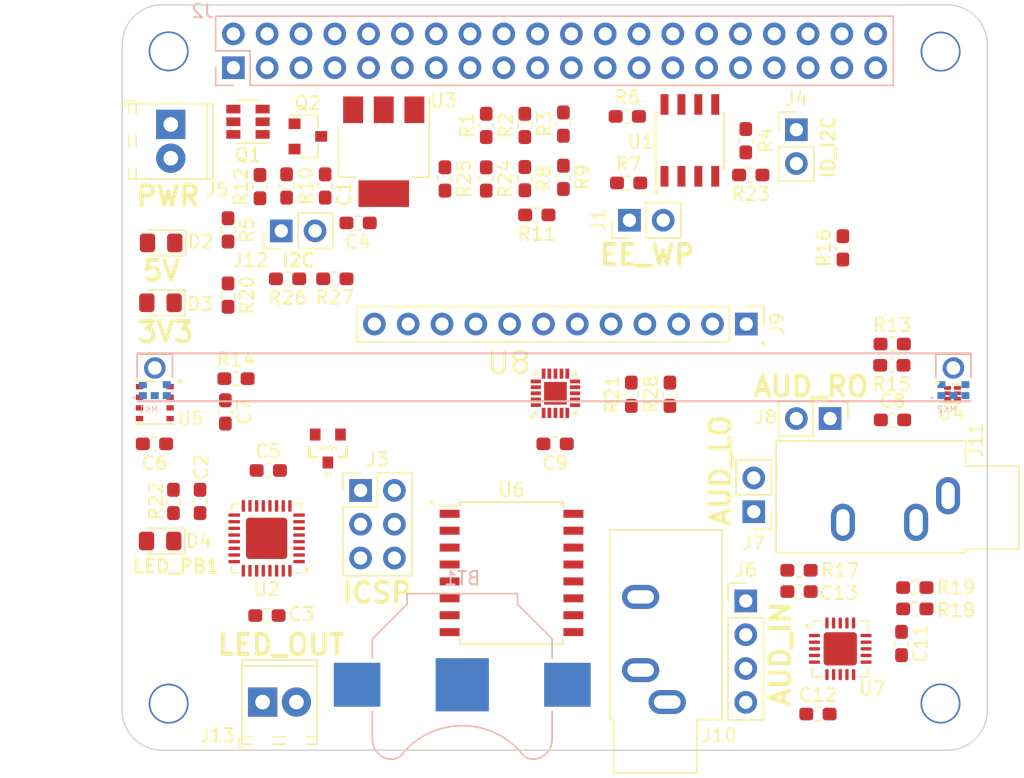
<source format=kicad_pcb>
(kicad_pcb (version 20171130) (host pcbnew "(5.0.2)-1")
  (layers (0 F.Cu signal) (31 B.Cu signal) (34 B.Paste user) (35 F.Paste user) (36 B.SilkS user) (37 F.SilkS user) (38 B.Mask user hide) (39 F.Mask user hide) (44 Edge.Cuts user))
  (net 0 "")
  (net 1 GND)
  (net 2 "Net-(Q1-Pad1)")
  (net 3 "Net-(J9-Pad2)")
  (net 4 +3V3)
  (net 5 /PROG_RST_N)
  (net 6 /SPI_CS_N)
  (net 7 "Net-(MK1-Pad2)")
  (net 8 /PSUP_5V)
  (net 9 +5V)
  (net 10 /ID_SC)
  (net 11 /ID_SD)
  (net 12 /SDA)
  (net 13 /SCL)
  (net 14 /LED_DATA)
  (net 15 /PROG_MOSI)
  (net 16 /PROG_SCK)
  (net 17 /MCU_AREF)
  (net 18 /MCU_INT)
  (net 19 /GPIO_PB5)
  (net 20 /GPIO_PB4)
  (net 21 /GPIO_PB3)
  (net 22 /GPIO_PB1)
  (net 23 /MCU_RXD)
  (net 24 /MCU_TXD)
  (net 25 /PROG_MISO)
  (net 26 /ALS_INT)
  (net 27 "Net-(U4-Pad4)")
  (net 28 /Pi_3V3)
  (net 29 /MIC_CLK)
  (net 30 /MIC_WS)
  (net 31 /MIC_DO)
  (net 32 "Net-(MK1-Pad6)")
  (net 33 "Net-(MK2-Pad3)")
  (net 34 "Net-(MK2-Pad2)")
  (net 35 /AUD_SDN)
  (net 36 /AUD_IN_R-)
  (net 37 /AUD_IN_L-)
  (net 38 /AUD_IN_R+)
  (net 39 /AUD_IN_L+)
  (net 40 "Net-(J2-Pad23)")
  (net 41 "Net-(J1-Pad2)")
  (net 42 "Net-(J2-Pad22)")
  (net 43 "Net-(J2-Pad24)")
  (net 44 "Net-(Q1-Pad4)")
  (net 45 "Net-(J2-Pad21)")
  (net 46 "Net-(J2-Pad19)")
  (net 47 /RTC_32KHZ)
  (net 48 /RTC_INT)
  (net 49 /RTC_RST)
  (net 50 "Net-(BT1-Pad1)")
  (net 51 "Net-(U2-Pad1)")
  (net 52 "Net-(U2-Pad2)")
  (net 53 "Net-(U2-Pad6)")
  (net 54 "Net-(U2-Pad7)")
  (net 55 "Net-(U2-Pad8)")
  (net 56 "Net-(U2-Pad13)")
  (net 57 "Net-(U2-Pad16)")
  (net 58 "Net-(U2-Pad17)")
  (net 59 "Net-(U2-Pad22)")
  (net 60 "Net-(U2-Pad23)")
  (net 61 "Net-(U2-Pad24)")
  (net 62 "Net-(U2-Pad32)")
  (net 63 "Net-(J9-Pad1)")
  (net 64 "Net-(J9-Pad3)")
  (net 65 "Net-(J9-Pad4)")
  (net 66 "Net-(J9-Pad5)")
  (net 67 "Net-(J9-Pad6)")
  (net 68 "Net-(J9-Pad7)")
  (net 69 "Net-(J9-Pad8)")
  (net 70 "Net-(J9-Pad9)")
  (net 71 "Net-(J9-Pad10)")
  (net 72 "Net-(J9-Pad11)")
  (net 73 "Net-(J9-Pad12)")
  (net 74 "Net-(J2-Pad7)")
  (net 75 "Net-(J2-Pad8)")
  (net 76 "Net-(J2-Pad10)")
  (net 77 "Net-(J2-Pad11)")
  (net 78 "Net-(J2-Pad13)")
  (net 79 "Net-(J2-Pad15)")
  (net 80 "Net-(J2-Pad16)")
  (net 81 "Net-(J2-Pad18)")
  (net 82 "Net-(J2-Pad26)")
  (net 83 "Net-(J2-Pad29)")
  (net 84 "Net-(J2-Pad31)")
  (net 85 "Net-(J2-Pad32)")
  (net 86 "Net-(J2-Pad33)")
  (net 87 "Net-(J2-Pad36)")
  (net 88 "Net-(J2-Pad37)")
  (net 89 "Net-(J2-Pad40)")
  (net 90 "Net-(U7-Pad16)")
  (net 91 "Net-(U7-Pad20)")
  (net 92 /AUD_O_L+)
  (net 93 /AUD_O_L-)
  (net 94 /AUD_O_R-)
  (net 95 /AUD_O_R+)
  (net 96 "Net-(R21-Pad2)")
  (net 97 "Net-(D2-Pad1)")
  (net 98 "Net-(D3-Pad1)")
  (net 99 "Net-(R28-Pad2)")
  (net 100 "Net-(D4-Pad1)")
  (net 101 "Net-(U8-Pad13)")
  (module TerminalBlock_Phoenix:TerminalBlock_Phoenix_MPT-0,5-2-2.54_1x02_P2.54mm_Horizontal (layer F.Cu) (at 89.1 113.2)
    (fp_text reference J13 (at -3.4 2.5) (layer F.SilkS))
    (fp_text value LED_Out)
    (pad 1 thru_hole rect (at 0 0) (size 2.2 2.2) (drill 1.1) (layers *.Cu *.Mask) (net 14 /LED_DATA))
    (pad "" np_thru_hole circle (at 0 2.54) (size 1.1 1.1) (drill 1.1) (layers *.Cu *.Mask))
    (pad 2 thru_hole circle (at 2.54 0) (size 2.2 2.2) (drill 1.1) (layers *.Cu *.Mask) (net 1 GND))
    (pad "" np_thru_hole circle (at 2.54 2.54) (size 1.1 1.1) (drill 1.1) (layers *.Cu *.Mask))
  )
  (module TerminalBlock_Phoenix:TerminalBlock_Phoenix_MPT-0,5-2-2.54_1x02_P2.54mm_Horizontal (layer F.Cu) (at 82.2 69.8 270)
    (fp_text reference J5 (at 4.9 -3.5) (layer F.SilkS))
    (fp_text value RPi_Power)
    (pad 1 thru_hole rect (at 0 0 270) (size 2.2 2.2) (drill 1.1) (layers *.Cu *.Mask) (net 1 GND))
    (pad "" np_thru_hole circle (at 0 2.54 270) (size 1.1 1.1) (drill 1.1) (layers *.Cu *.Mask))
    (pad 2 thru_hole circle (at 2.54 0 270) (size 2.2 2.2) (drill 1.1) (layers *.Cu *.Mask) (net 8 /PSUP_5V))
    (pad "" np_thru_hole circle (at 2.54 2.54 270) (size 1.1 1.1) (drill 1.1) (layers *.Cu *.Mask))
  )
  (module QFN45P300X300X85-21N (layer F.Cu) (at 111.1 90 90)
    (fp_text reference U8 (at 2.3 -3.5 180) (layer F.SilkS) (effects (font (size 1.64207 1.64207) (thickness 0.2))))
    (fp_text value AT42QT2120-MMH hide)
    (pad 1 smd rect (at -1.4732 -0.889) (size 0.2794 0.762) (layers F.Cu F.Paste F.Mask) (net 68 "Net-(J9-Pad7)"))
    (pad 2 smd rect (at -1.4732 -0.4572) (size 0.2794 0.762) (layers F.Cu F.Paste F.Mask) (net 67 "Net-(J9-Pad6)"))
    (pad 3 smd rect (at -1.4732 0) (size 0.2794 0.762) (layers F.Cu F.Paste F.Mask) (net 66 "Net-(J9-Pad5)"))
    (pad 4 smd rect (at -1.4732 0.4572) (size 0.2794 0.762) (layers F.Cu F.Paste F.Mask) (net 65 "Net-(J9-Pad4)"))
    (pad 5 smd rect (at -1.4732 0.889) (size 0.2794 0.762) (layers F.Cu F.Paste F.Mask) (net 64 "Net-(J9-Pad3)"))
    (pad 6 smd rect (at -0.889 1.4732 270) (size 0.2794 0.762) (layers F.Cu F.Paste F.Mask) (net 3 "Net-(J9-Pad2)"))
    (pad 7 smd rect (at -0.4572 1.4732 270) (size 0.2794 0.762) (layers F.Cu F.Paste F.Mask) (net 63 "Net-(J9-Pad1)"))
    (pad 8 smd rect (at 0 1.4732 270) (size 0.2794 0.762) (layers F.Cu F.Paste F.Mask) (net 1 GND))
    (pad 9 smd rect (at 0.4572 1.4732 270) (size 0.2794 0.762) (layers F.Cu F.Paste F.Mask) (net 4 +3V3))
    (pad 10 smd rect (at 0.889 1.4732 270) (size 0.2794 0.762) (layers F.Cu F.Paste F.Mask) (net 1 GND))
    (pad 11 smd rect (at 1.4732 0.889) (size 0.2794 0.762) (layers F.Cu F.Paste F.Mask) (net 13 /SCL))
    (pad 12 smd rect (at 1.4732 0.4572) (size 0.2794 0.762) (layers F.Cu F.Paste F.Mask) (net 96 "Net-(R21-Pad2)"))
    (pad 13 smd rect (at 1.4732 0) (size 0.2794 0.762) (layers F.Cu F.Paste F.Mask) (net 101 "Net-(U8-Pad13)"))
    (pad 14 smd rect (at 1.4732 -0.4572) (size 0.2794 0.762) (layers F.Cu F.Paste F.Mask) (net 12 /SDA))
    (pad 15 smd rect (at 1.4732 -0.889) (size 0.2794 0.762) (layers F.Cu F.Paste F.Mask) (net 99 "Net-(R28-Pad2)"))
    (pad 16 smd rect (at 0.889 -1.4732 270) (size 0.2794 0.762) (layers F.Cu F.Paste F.Mask) (net 73 "Net-(J9-Pad12)"))
    (pad 17 smd rect (at 0.4572 -1.4732 270) (size 0.2794 0.762) (layers F.Cu F.Paste F.Mask) (net 72 "Net-(J9-Pad11)"))
    (pad 18 smd rect (at 0 -1.4732 270) (size 0.2794 0.762) (layers F.Cu F.Paste F.Mask) (net 71 "Net-(J9-Pad10)"))
    (pad 19 smd rect (at -0.4572 -1.4732 270) (size 0.2794 0.762) (layers F.Cu F.Paste F.Mask) (net 70 "Net-(J9-Pad9)"))
    (pad 20 smd rect (at -0.889 -1.4732 270) (size 0.2794 0.762) (layers F.Cu F.Paste F.Mask) (net 69 "Net-(J9-Pad8)"))
    (pad 21 smd rect (at 0 0 90) (size 1.7018 1.7018) (layers F.Cu F.Paste F.Mask) (net 1 GND))
  )
  (module Connector_PinHeader_2.54mm:PinHeader_1x02_P2.54mm_Vertical (layer F.Cu) (at 90.5 77.8 90)
    (fp_text reference J12 (at -2.2 -2.3 180) (layer F.SilkS))
    (fp_text value I2C)
    (pad 1 thru_hole rect (at 0 0 90) (size 1.7 1.7) (drill 1) (layers *.Cu *.Mask) (net 12 /SDA))
    (pad 2 thru_hole oval (at 0 2.54 90) (size 1.7 1.7) (drill 1) (layers *.Cu *.Mask) (net 13 /SCL))
  )
  (module Diode_SMD:D_0805_2012Metric_Pad1.15x1.40mm_HandSolder (layer F.Cu) (at 81.475 78.7 180)
    (fp_text reference D2 (at -2.975 0.1 180) (layer F.SilkS))
    (fp_text value 5V_LED)
    (pad 1 smd roundrect (at -1.025 0 180) (size 1.15 1.4) (layers F.Cu F.Paste F.Mask) (roundrect_rratio 0.217391) (net 97 "Net-(D2-Pad1)"))
    (pad 2 smd roundrect (at 1.025 0 180) (size 1.15 1.4) (layers F.Cu F.Paste F.Mask) (roundrect_rratio 0.217391) (net 9 +5V))
  )
  (module Diode_SMD:D_0805_2012Metric_Pad1.15x1.40mm_HandSolder (layer F.Cu) (at 81.425 83.2 180)
    (fp_text reference D3 (at -2.975 -0.1 180) (layer F.SilkS))
    (fp_text value 3V3_LED)
    (pad 2 smd roundrect (at 1.025 0 180) (size 1.15 1.4) (layers F.Cu F.Paste F.Mask) (roundrect_rratio 0.217391) (net 4 +3V3))
    (pad 1 smd roundrect (at -1.025 0 180) (size 1.15 1.4) (layers F.Cu F.Paste F.Mask) (roundrect_rratio 0.217391) (net 98 "Net-(D3-Pad1)"))
  )
  (module Diode_SMD:D_0805_2012Metric_Pad1.15x1.40mm_HandSolder (layer F.Cu) (at 81.4 101.1 180)
    (fp_text reference D4 (at -2.9 0 180) (layer F.SilkS))
    (fp_text value GPIO_LED)
    (pad 1 smd roundrect (at -1.025 0 180) (size 1.15 1.4) (layers F.Cu F.Paste F.Mask) (roundrect_rratio 0.217391) (net 100 "Net-(D4-Pad1)"))
    (pad 2 smd roundrect (at 1.025 0 180) (size 1.15 1.4) (layers F.Cu F.Paste F.Mask) (roundrect_rratio 0.217391) (net 22 /GPIO_PB1))
  )
  (module Resistor_SMD:R_0603_1608Metric_Pad1.05x0.95mm_HandSolder (layer F.Cu) (at 82.4 98.125 270)
    (fp_text reference R22 (at -0.025 1.3 270) (layer F.SilkS))
    (fp_text value 330R)
    (pad 1 smd roundrect (at -0.875 0 270) (size 1.05 0.95) (layers F.Cu F.Paste F.Mask) (net 1 GND))
    (pad 2 smd roundrect (at 0.875 0 270) (size 1.05 0.95) (layers F.Cu F.Paste F.Mask) (net 100 "Net-(D4-Pad1)"))
  )
  (module Resistor_SMD:R_0603_1608Metric_Pad1.05x0.95mm_HandSolder (layer F.Cu) (at 125.775 73.6 180)
    (fp_text reference R23 (at 0 -1.43 180) (layer F.SilkS))
    (fp_text value 10K)
    (pad 2 smd roundrect (at 0.875 0 180) (size 1.05 0.95) (layers F.Cu F.Paste F.Mask) (net 4 +3V3))
    (pad 1 smd roundrect (at -0.875 0 180) (size 1.05 0.95) (layers F.Cu F.Paste F.Mask) (net 41 "Net-(J1-Pad2)"))
  )
  (module Resistor_SMD:R_0603_1608Metric_Pad1.05x0.95mm_HandSolder (layer F.Cu) (at 105.9 73.9 270)
    (fp_text reference R24 (at 0 -1.43 270) (layer F.SilkS))
    (fp_text value 33R)
    (pad 1 smd roundrect (at -0.875 0 270) (size 1.05 0.95) (layers F.Cu F.Paste F.Mask) (net 75 "Net-(J2-Pad8)"))
    (pad 2 smd roundrect (at 0.875 0 270) (size 1.05 0.95) (layers F.Cu F.Paste F.Mask) (net 23 /MCU_RXD))
  )
  (module Resistor_SMD:R_0603_1608Metric_Pad1.05x0.95mm_HandSolder (layer F.Cu) (at 102.8 73.9 270)
    (fp_text reference R25 (at 0 -1.43 270) (layer F.SilkS))
    (fp_text value 33R)
    (pad 2 smd roundrect (at 0.875 0 270) (size 1.05 0.95) (layers F.Cu F.Paste F.Mask) (net 24 /MCU_TXD))
    (pad 1 smd roundrect (at -0.875 0 270) (size 1.05 0.95) (layers F.Cu F.Paste F.Mask) (net 76 "Net-(J2-Pad10)"))
  )
  (module Resistor_SMD:R_0603_1608Metric_Pad1.05x0.95mm_HandSolder (layer F.Cu) (at 90.975 81.4 180)
    (fp_text reference R26 (at 0 -1.43 180) (layer F.SilkS))
    (fp_text value 3.9K)
    (pad 1 smd roundrect (at -0.875 0 180) (size 1.05 0.95) (layers F.Cu F.Paste F.Mask) (net 4 +3V3))
    (pad 2 smd roundrect (at 0.875 0 180) (size 1.05 0.95) (layers F.Cu F.Paste F.Mask) (net 12 /SDA))
  )
  (module Resistor_SMD:R_0603_1608Metric_Pad1.05x0.95mm_HandSolder (layer F.Cu) (at 94.525 81.4)
    (fp_text reference R27 (at 0 1.4) (layer F.SilkS))
    (fp_text value 3.9K)
    (pad 2 smd roundrect (at 0.875 0) (size 1.05 0.95) (layers F.Cu F.Paste F.Mask) (net 13 /SCL))
    (pad 1 smd roundrect (at -0.875 0) (size 1.05 0.95) (layers F.Cu F.Paste F.Mask) (net 4 +3V3))
  )
  (module Resistor_SMD:R_0603_1608Metric_Pad1.05x0.95mm_HandSolder (layer F.Cu) (at 119.7 90.075 90)
    (fp_text reference R28 (at 0 -1.43 90) (layer F.SilkS))
    (fp_text value 47K)
    (pad 1 smd roundrect (at -0.875 0 90) (size 1.05 0.95) (layers F.Cu F.Paste F.Mask) (net 4 +3V3))
    (pad 2 smd roundrect (at 0.875 0 90) (size 1.05 0.95) (layers F.Cu F.Paste F.Mask) (net 99 "Net-(R28-Pad2)"))
  )
  (module Connector_Audio:Jack_3.5mm_CUI_SJ1-3533NG_Horizontal (layer F.Cu) (at 119.5 113.2 180)
    (fp_text reference J10 (at -3.9 -2.5 180) (layer F.SilkS))
    (fp_text value AudioJack3)
    (pad R thru_hole oval (at 2 7.9 180) (size 2.8 1.8) (drill oval 2 1) (layers *.Cu *.Mask) (net 38 /AUD_IN_R+))
    (pad T thru_hole oval (at 2 2.4 180) (size 2.8 1.8) (drill oval 2 1) (layers *.Cu *.Mask) (net 39 /AUD_IN_L+))
    (pad S thru_hole oval (at 0 0 180) (size 2.8 1.8) (drill oval 2 1) (layers *.Cu *.Mask) (net 1 GND))
  )
  (module Connector_Audio:Jack_3.5mm_CUI_SJ1-3533NG_Horizontal (layer F.Cu) (at 140.6 97.7 270)
    (fp_text reference J11 (at -4.2 -2.1 270) (layer F.SilkS))
    (fp_text value AudioJack3_Ground)
    (pad S thru_hole oval (at 0 0 270) (size 2.8 1.8) (drill oval 2 1) (layers *.Cu *.Mask) (net 1 GND))
    (pad T thru_hole oval (at 2 2.4 270) (size 2.8 1.8) (drill oval 2 1) (layers *.Cu *.Mask) (net 92 /AUD_O_L+))
    (pad R thru_hole oval (at 2 7.9 270) (size 2.8 1.8) (drill oval 2 1) (layers *.Cu *.Mask) (net 95 /AUD_O_R+))
  )
  (module Package_SO:SOIC-8_3.9x4.9mm_P1.27mm (layer F.Cu) (at 121.2 71 90)
    (fp_text reference U1 (at -0.1 -3.7 180) (layer F.SilkS))
    (fp_text value CAT24C32)
    (pad 1 smd rect (at -2.7 -1.905 90) (size 1.55 0.6) (layers F.Cu F.Paste F.Mask) (net 1 GND))
    (pad 2 smd rect (at -2.7 -0.635 90) (size 1.55 0.6) (layers F.Cu F.Paste F.Mask) (net 1 GND))
    (pad 3 smd rect (at -2.7 0.635 90) (size 1.55 0.6) (layers F.Cu F.Paste F.Mask) (net 1 GND))
    (pad 4 smd rect (at -2.7 1.905 90) (size 1.55 0.6) (layers F.Cu F.Paste F.Mask) (net 1 GND))
    (pad 5 smd rect (at 2.7 1.905 90) (size 1.55 0.6) (layers F.Cu F.Paste F.Mask) (net 10 /ID_SC))
    (pad 6 smd rect (at 2.7 0.635 90) (size 1.55 0.6) (layers F.Cu F.Paste F.Mask) (net 11 /ID_SD))
    (pad 7 smd rect (at 2.7 -0.635 90) (size 1.55 0.6) (layers F.Cu F.Paste F.Mask) (net 41 "Net-(J1-Pad2)"))
    (pad 8 smd rect (at 2.7 -1.905 90) (size 1.55 0.6) (layers F.Cu F.Paste F.Mask) (net 4 +3V3))
  )
  (module Connector_PinHeader_2.54mm:PinHeader_2x03_P2.54mm_Vertical (layer F.Cu) (at 96.46 97.3)
    (fp_text reference J3 (at 1.27 -2.33) (layer F.SilkS))
    (fp_text value AVR-ISP-6)
    (pad 1 thru_hole rect (at 0 0) (size 1.7 1.7) (drill 1) (layers *.Cu *.Mask) (net 25 /PROG_MISO))
    (pad 2 thru_hole oval (at 2.54 0) (size 1.7 1.7) (drill 1) (layers *.Cu *.Mask) (net 4 +3V3))
    (pad 3 thru_hole oval (at 0 2.54) (size 1.7 1.7) (drill 1) (layers *.Cu *.Mask) (net 16 /PROG_SCK))
    (pad 4 thru_hole oval (at 2.54 2.54) (size 1.7 1.7) (drill 1) (layers *.Cu *.Mask) (net 15 /PROG_MOSI))
    (pad 5 thru_hole oval (at 0 5.08) (size 1.7 1.7) (drill 1) (layers *.Cu *.Mask) (net 5 /PROG_RST_N))
    (pad 6 thru_hole oval (at 2.54 5.08) (size 1.7 1.7) (drill 1) (layers *.Cu *.Mask) (net 1 GND))
  )
  (module Connector_PinSocket_2.54mm:PinSocket_2x20_P2.54mm_Vertical (layer B.Cu) (at 86.9 65.54 270)
    (fp_text reference J2 (at -4.24 2.3 180) (layer B.SilkS) (effects (justify mirror)))
    (fp_text value 40HAT)
    (pad 40 thru_hole oval (at -2.54 -48.26 270) (size 1.7 1.7) (drill 1) (layers *.Cu *.Mask) (net 89 "Net-(J2-Pad40)"))
    (pad 39 thru_hole oval (at 0 -48.26 270) (size 1.7 1.7) (drill 1) (layers *.Cu *.Mask) (net 1 GND))
    (pad 38 thru_hole oval (at -2.54 -45.72 270) (size 1.7 1.7) (drill 1) (layers *.Cu *.Mask) (net 31 /MIC_DO))
    (pad 37 thru_hole oval (at 0 -45.72 270) (size 1.7 1.7) (drill 1) (layers *.Cu *.Mask) (net 88 "Net-(J2-Pad37)"))
    (pad 36 thru_hole oval (at -2.54 -43.18 270) (size 1.7 1.7) (drill 1) (layers *.Cu *.Mask) (net 87 "Net-(J2-Pad36)"))
    (pad 35 thru_hole oval (at 0 -43.18 270) (size 1.7 1.7) (drill 1) (layers *.Cu *.Mask) (net 30 /MIC_WS))
    (pad 34 thru_hole oval (at -2.54 -40.64 270) (size 1.7 1.7) (drill 1) (layers *.Cu *.Mask) (net 1 GND))
    (pad 33 thru_hole oval (at 0 -40.64 270) (size 1.7 1.7) (drill 1) (layers *.Cu *.Mask) (net 86 "Net-(J2-Pad33)"))
    (pad 32 thru_hole oval (at -2.54 -38.1 270) (size 1.7 1.7) (drill 1) (layers *.Cu *.Mask) (net 85 "Net-(J2-Pad32)"))
    (pad 31 thru_hole oval (at 0 -38.1 270) (size 1.7 1.7) (drill 1) (layers *.Cu *.Mask) (net 84 "Net-(J2-Pad31)"))
    (pad 30 thru_hole oval (at -2.54 -35.56 270) (size 1.7 1.7) (drill 1) (layers *.Cu *.Mask) (net 1 GND))
    (pad 29 thru_hole oval (at 0 -35.56 270) (size 1.7 1.7) (drill 1) (layers *.Cu *.Mask) (net 83 "Net-(J2-Pad29)"))
    (pad 28 thru_hole oval (at -2.54 -33.02 270) (size 1.7 1.7) (drill 1) (layers *.Cu *.Mask) (net 10 /ID_SC))
    (pad 27 thru_hole oval (at 0 -33.02 270) (size 1.7 1.7) (drill 1) (layers *.Cu *.Mask) (net 11 /ID_SD))
    (pad 26 thru_hole oval (at -2.54 -30.48 270) (size 1.7 1.7) (drill 1) (layers *.Cu *.Mask) (net 82 "Net-(J2-Pad26)"))
    (pad 25 thru_hole oval (at 0 -30.48 270) (size 1.7 1.7) (drill 1) (layers *.Cu *.Mask) (net 1 GND))
    (pad 24 thru_hole oval (at -2.54 -27.94 270) (size 1.7 1.7) (drill 1) (layers *.Cu *.Mask) (net 43 "Net-(J2-Pad24)"))
    (pad 23 thru_hole oval (at 0 -27.94 270) (size 1.7 1.7) (drill 1) (layers *.Cu *.Mask) (net 40 "Net-(J2-Pad23)"))
    (pad 22 thru_hole oval (at -2.54 -25.4 270) (size 1.7 1.7) (drill 1) (layers *.Cu *.Mask) (net 42 "Net-(J2-Pad22)"))
    (pad 21 thru_hole oval (at 0 -25.4 270) (size 1.7 1.7) (drill 1) (layers *.Cu *.Mask) (net 45 "Net-(J2-Pad21)"))
    (pad 20 thru_hole oval (at -2.54 -22.86 270) (size 1.7 1.7) (drill 1) (layers *.Cu *.Mask) (net 1 GND))
    (pad 19 thru_hole oval (at 0 -22.86 270) (size 1.7 1.7) (drill 1) (layers *.Cu *.Mask) (net 46 "Net-(J2-Pad19)"))
    (pad 18 thru_hole oval (at -2.54 -20.32 270) (size 1.7 1.7) (drill 1) (layers *.Cu *.Mask) (net 81 "Net-(J2-Pad18)"))
    (pad 17 thru_hole oval (at 0 -20.32 270) (size 1.7 1.7) (drill 1) (layers *.Cu *.Mask) (net 28 /Pi_3V3))
    (pad 16 thru_hole oval (at -2.54 -17.78 270) (size 1.7 1.7) (drill 1) (layers *.Cu *.Mask) (net 80 "Net-(J2-Pad16)"))
    (pad 15 thru_hole oval (at 0 -17.78 270) (size 1.7 1.7) (drill 1) (layers *.Cu *.Mask) (net 79 "Net-(J2-Pad15)"))
    (pad 14 thru_hole oval (at -2.54 -15.24 270) (size 1.7 1.7) (drill 1) (layers *.Cu *.Mask) (net 1 GND))
    (pad 13 thru_hole oval (at 0 -15.24 270) (size 1.7 1.7) (drill 1) (layers *.Cu *.Mask) (net 78 "Net-(J2-Pad13)"))
    (pad 12 thru_hole oval (at -2.54 -12.7 270) (size 1.7 1.7) (drill 1) (layers *.Cu *.Mask) (net 29 /MIC_CLK))
    (pad 11 thru_hole oval (at 0 -12.7 270) (size 1.7 1.7) (drill 1) (layers *.Cu *.Mask) (net 77 "Net-(J2-Pad11)"))
    (pad 10 thru_hole oval (at -2.54 -10.16 270) (size 1.7 1.7) (drill 1) (layers *.Cu *.Mask) (net 76 "Net-(J2-Pad10)"))
    (pad 9 thru_hole oval (at 0 -10.16 270) (size 1.7 1.7) (drill 1) (layers *.Cu *.Mask) (net 1 GND))
    (pad 8 thru_hole oval (at -2.54 -7.62 270) (size 1.7 1.7) (drill 1) (layers *.Cu *.Mask) (net 75 "Net-(J2-Pad8)"))
    (pad 7 thru_hole oval (at 0 -7.62 270) (size 1.7 1.7) (drill 1) (layers *.Cu *.Mask) (net 74 "Net-(J2-Pad7)"))
    (pad 6 thru_hole oval (at -2.54 -5.08 270) (size 1.7 1.7) (drill 1) (layers *.Cu *.Mask) (net 1 GND))
    (pad 5 thru_hole oval (at 0 -5.08 270) (size 1.7 1.7) (drill 1) (layers *.Cu *.Mask) (net 13 /SCL))
    (pad 4 thru_hole oval (at -2.54 -2.54 270) (size 1.7 1.7) (drill 1) (layers *.Cu *.Mask) (net 9 +5V))
    (pad 3 thru_hole oval (at 0 -2.54 270) (size 1.7 1.7) (drill 1) (layers *.Cu *.Mask) (net 12 /SDA))
    (pad 2 thru_hole oval (at -2.54 0 270) (size 1.7 1.7) (drill 1) (layers *.Cu *.Mask) (net 9 +5V))
    (pad 1 thru_hole rect (at 0 0 270) (size 1.7 1.7) (drill 1) (layers *.Cu *.Mask) (net 28 /Pi_3V3))
  )
  (module Package_DFN_QFN:QFN-20-1EP_4x4mm_P0.5mm_EP2.5x2.5mm (layer F.Cu) (at 132.5 109.2)
    (fp_text reference U7 (at 2.4 3) (layer F.SilkS))
    (fp_text value TPA2016D2RTJR)
    (pad 21 smd roundrect (at 0 0) (size 2.5 2.5) (layers F.Cu F.Mask) (roundrect_rratio 0.1) (net 1 GND))
    (pad 1 smd roundrect (at -1.9375 -1) (size 0.825 0.25) (layers F.Cu F.Paste F.Mask) (net 39 /AUD_IN_L+))
    (pad 2 smd roundrect (at -1.9375 -0.5) (size 0.825 0.25) (layers F.Cu F.Paste F.Mask) (net 37 /AUD_IN_L-))
    (pad 3 smd roundrect (at -1.9375 0) (size 0.825 0.25) (layers F.Cu F.Paste F.Mask) (net 1 GND))
    (pad 4 smd roundrect (at -1.9375 0.5) (size 0.825 0.25) (layers F.Cu F.Paste F.Mask) (net 4 +3V3))
    (pad 5 smd roundrect (at -1.9375 1) (size 0.825 0.25) (layers F.Cu F.Paste F.Mask) (net 4 +3V3))
    (pad 6 smd roundrect (at -1 1.9375) (size 0.25 0.825) (layers F.Cu F.Paste F.Mask) (net 92 /AUD_O_L+))
    (pad 7 smd roundrect (at -0.5 1.9375) (size 0.25 0.825) (layers F.Cu F.Paste F.Mask) (net 93 /AUD_O_L-))
    (pad 8 smd roundrect (at 0 1.9375) (size 0.25 0.825) (layers F.Cu F.Paste F.Mask) (net 1 GND))
    (pad 9 smd roundrect (at 0.5 1.9375) (size 0.25 0.825) (layers F.Cu F.Paste F.Mask) (net 94 /AUD_O_R-))
    (pad 10 smd roundrect (at 1 1.9375) (size 0.25 0.825) (layers F.Cu F.Paste F.Mask) (net 95 /AUD_O_R+))
    (pad 11 smd roundrect (at 1.9375 1) (size 0.825 0.25) (layers F.Cu F.Paste F.Mask) (net 4 +3V3))
    (pad 12 smd roundrect (at 1.9375 0.5) (size 0.825 0.25) (layers F.Cu F.Paste F.Mask) (net 4 +3V3))
    (pad 13 smd roundrect (at 1.9375 0) (size 0.825 0.25) (layers F.Cu F.Paste F.Mask) (net 4 +3V3))
    (pad 14 smd roundrect (at 1.9375 -0.5) (size 0.825 0.25) (layers F.Cu F.Paste F.Mask) (net 36 /AUD_IN_R-))
    (pad 15 smd roundrect (at 1.9375 -1) (size 0.825 0.25) (layers F.Cu F.Paste F.Mask) (net 38 /AUD_IN_R+))
    (pad 16 smd roundrect (at 1 -1.9375) (size 0.25 0.825) (layers F.Cu F.Paste F.Mask) (net 90 "Net-(U7-Pad16)"))
    (pad 17 smd roundrect (at 0.5 -1.9375) (size 0.25 0.825) (layers F.Cu F.Paste F.Mask) (net 13 /SCL))
    (pad 18 smd roundrect (at 0 -1.9375) (size 0.25 0.825) (layers F.Cu F.Paste F.Mask) (net 35 /AUD_SDN))
    (pad 19 smd roundrect (at -0.5 -1.9375) (size 0.25 0.825) (layers F.Cu F.Paste F.Mask) (net 12 /SDA))
    (pad 20 smd roundrect (at -1 -1.9375) (size 0.25 0.825) (layers F.Cu F.Paste F.Mask) (net 91 "Net-(U7-Pad20)"))
  )
  (module Package_SO:SOIC-16W_7.5x10.3mm_P1.27mm (layer F.Cu) (at 107.8 103.5)
    (fp_text reference U6 (at 0 -6.25) (layer F.SilkS))
    (fp_text value DS3231M)
    (pad 1 smd rect (at -4.65 -4.445) (size 1.5 0.6) (layers F.Cu F.Paste F.Mask) (net 47 /RTC_32KHZ))
    (pad 2 smd rect (at -4.65 -3.175) (size 1.5 0.6) (layers F.Cu F.Paste F.Mask) (net 4 +3V3))
    (pad 3 smd rect (at -4.65 -1.905) (size 1.5 0.6) (layers F.Cu F.Paste F.Mask) (net 48 /RTC_INT))
    (pad 4 smd rect (at -4.65 -0.635) (size 1.5 0.6) (layers F.Cu F.Paste F.Mask) (net 49 /RTC_RST))
    (pad 5 smd rect (at -4.65 0.635) (size 1.5 0.6) (layers F.Cu F.Paste F.Mask) (net 1 GND))
    (pad 6 smd rect (at -4.65 1.905) (size 1.5 0.6) (layers F.Cu F.Paste F.Mask) (net 1 GND))
    (pad 7 smd rect (at -4.65 3.175) (size 1.5 0.6) (layers F.Cu F.Paste F.Mask) (net 1 GND))
    (pad 8 smd rect (at -4.65 4.445) (size 1.5 0.6) (layers F.Cu F.Paste F.Mask) (net 1 GND))
    (pad 9 smd rect (at 4.65 4.445) (size 1.5 0.6) (layers F.Cu F.Paste F.Mask) (net 1 GND))
    (pad 10 smd rect (at 4.65 3.175) (size 1.5 0.6) (layers F.Cu F.Paste F.Mask) (net 1 GND))
    (pad 11 smd rect (at 4.65 1.905) (size 1.5 0.6) (layers F.Cu F.Paste F.Mask) (net 1 GND))
    (pad 12 smd rect (at 4.65 0.635) (size 1.5 0.6) (layers F.Cu F.Paste F.Mask) (net 1 GND))
    (pad 13 smd rect (at 4.65 -0.635) (size 1.5 0.6) (layers F.Cu F.Paste F.Mask) (net 1 GND))
    (pad 14 smd rect (at 4.65 -1.905) (size 1.5 0.6) (layers F.Cu F.Paste F.Mask) (net 50 "Net-(BT1-Pad1)"))
    (pad 15 smd rect (at 4.65 -3.175) (size 1.5 0.6) (layers F.Cu F.Paste F.Mask) (net 12 /SDA))
    (pad 16 smd rect (at 4.65 -4.445) (size 1.5 0.6) (layers F.Cu F.Paste F.Mask) (net 13 /SCL))
  )
  (module SOT23-3 (layer F.Cu) (at 94 94.1 180)
    (fp_text reference D1 (at -0.012721 -1.98458 180) (layer F.SilkS) (effects (font (size 0.320545 0.320545) (thickness 0.05))))
    (fp_text value BAV99 (at 0 -0.012702 180) (layer F.SilkS) (effects (font (size 0.320063 0.320063) (thickness 0.05))))
    (pad 3 smd rect (at 0 -1.1 180) (size 0.8 0.9) (layers F.Cu F.Paste F.Mask) (net 5 /PROG_RST_N))
    (pad 2 smd rect (at 0.95 1 180) (size 0.8 0.9) (layers F.Cu F.Paste F.Mask) (net 4 +3V3))
    (pad 1 smd rect (at -0.95 1 180) (size 0.8 0.9) (layers F.Cu F.Paste F.Mask) (net 1 GND))
  )
  (module Battery:BatteryHolder_Keystone_3000_1x12mm (layer B.Cu) (at 104.1 111.9 180)
    (fp_text reference BT1 (at 0 8 180) (layer B.SilkS) (effects (justify mirror)))
    (fp_text value Battery_Cell)
    (pad 1 smd rect (at -7.9 0 180) (size 3.5 3.3) (layers B.Cu B.Paste B.Mask) (net 50 "Net-(BT1-Pad1)"))
    (pad 1 smd rect (at 7.9 0 180) (size 3.5 3.3) (layers B.Cu B.Paste B.Mask) (net 50 "Net-(BT1-Pad1)"))
    (pad 2 smd rect (at 0 0 180) (size 4 4) (layers B.Cu B.Mask) (net 1 GND))
  )
  (module Connector_PinHeader_2.54mm:PinHeader_1x02_P2.54mm_Vertical (layer F.Cu) (at 131.74 91.9 270)
    (fp_text reference J8 (at -0.1 4.84) (layer F.SilkS))
    (fp_text value OUT_SPK_R)
    (pad 1 thru_hole rect (at 0 0 270) (size 1.7 1.7) (drill 1) (layers *.Cu *.Mask) (net 95 /AUD_O_R+))
    (pad 2 thru_hole oval (at 0 2.54 270) (size 1.7 1.7) (drill 1) (layers *.Cu *.Mask) (net 94 /AUD_O_R-))
  )
  (module Connector_PinHeader_2.54mm:PinHeader_1x02_P2.54mm_Vertical (layer F.Cu) (at 116.66 77 90)
    (fp_text reference J1 (at 0 -2.33 90) (layer F.SilkS))
    (fp_text value EE_WP)
    (pad 1 thru_hole rect (at 0 0 90) (size 1.7 1.7) (drill 1) (layers *.Cu *.Mask) (net 1 GND))
    (pad 2 thru_hole oval (at 0 2.54 90) (size 1.7 1.7) (drill 1) (layers *.Cu *.Mask) (net 41 "Net-(J1-Pad2)"))
  )
  (module Connector_PinHeader_2.54mm:PinHeader_1x04_P2.54mm_Vertical (layer F.Cu) (at 125.4 105.6)
    (fp_text reference J6 (at 0 -2.33) (layer F.SilkS))
    (fp_text value AUD_IN)
    (pad 1 thru_hole rect (at 0 0) (size 1.7 1.7) (drill 1) (layers *.Cu *.Mask) (net 38 /AUD_IN_R+))
    (pad 2 thru_hole oval (at 0 2.54) (size 1.7 1.7) (drill 1) (layers *.Cu *.Mask) (net 36 /AUD_IN_R-))
    (pad 3 thru_hole oval (at 0 5.08) (size 1.7 1.7) (drill 1) (layers *.Cu *.Mask) (net 37 /AUD_IN_L-))
    (pad 4 thru_hole oval (at 0 7.62) (size 1.7 1.7) (drill 1) (layers *.Cu *.Mask) (net 39 /AUD_IN_L+))
  )
  (module Connector_PinHeader_2.54mm:PinHeader_1x12_P2.54mm_Vertical (layer F.Cu) (at 125.44 84.8 270)
    (fp_text reference J9 (at 0 -2.33 270) (layer F.SilkS))
    (fp_text value CAP_TOUCH)
    (pad 1 thru_hole rect (at 0 0 270) (size 1.7 1.7) (drill 1) (layers *.Cu *.Mask) (net 63 "Net-(J9-Pad1)"))
    (pad 2 thru_hole oval (at 0 2.54 270) (size 1.7 1.7) (drill 1) (layers *.Cu *.Mask) (net 3 "Net-(J9-Pad2)"))
    (pad 3 thru_hole oval (at 0 5.08 270) (size 1.7 1.7) (drill 1) (layers *.Cu *.Mask) (net 64 "Net-(J9-Pad3)"))
    (pad 4 thru_hole oval (at 0 7.62 270) (size 1.7 1.7) (drill 1) (layers *.Cu *.Mask) (net 65 "Net-(J9-Pad4)"))
    (pad 5 thru_hole oval (at 0 10.16 270) (size 1.7 1.7) (drill 1) (layers *.Cu *.Mask) (net 66 "Net-(J9-Pad5)"))
    (pad 6 thru_hole oval (at 0 12.7 270) (size 1.7 1.7) (drill 1) (layers *.Cu *.Mask) (net 67 "Net-(J9-Pad6)"))
    (pad 7 thru_hole oval (at 0 15.24 270) (size 1.7 1.7) (drill 1) (layers *.Cu *.Mask) (net 68 "Net-(J9-Pad7)"))
    (pad 8 thru_hole oval (at 0 17.78 270) (size 1.7 1.7) (drill 1) (layers *.Cu *.Mask) (net 69 "Net-(J9-Pad8)"))
    (pad 9 thru_hole oval (at 0 20.32 270) (size 1.7 1.7) (drill 1) (layers *.Cu *.Mask) (net 70 "Net-(J9-Pad9)"))
    (pad 10 thru_hole oval (at 0 22.86 270) (size 1.7 1.7) (drill 1) (layers *.Cu *.Mask) (net 71 "Net-(J9-Pad10)"))
    (pad 11 thru_hole oval (at 0 25.4 270) (size 1.7 1.7) (drill 1) (layers *.Cu *.Mask) (net 72 "Net-(J9-Pad11)"))
    (pad 12 thru_hole oval (at 0 27.94 270) (size 1.7 1.7) (drill 1) (layers *.Cu *.Mask) (net 73 "Net-(J9-Pad12)"))
  )
  (module Package_DFN_QFN:QFN-32-1EP_5x5mm_P0.5mm_EP3.1x3.1mm (layer F.Cu) (at 89.4 100.9 180)
    (fp_text reference U2 (at 0 -3.82 180) (layer F.SilkS))
    (fp_text value ATtiny87-MU)
    (pad 33 smd roundrect (at 0 0 180) (size 3.1 3.1) (layers F.Cu F.Mask) (roundrect_rratio 0.08064499999999999) (net 1 GND))
    (pad 1 smd roundrect (at -2.4375 -1.75 180) (size 0.875 0.25) (layers F.Cu F.Paste F.Mask) (net 51 "Net-(U2-Pad1)"))
    (pad 2 smd roundrect (at -2.4375 -1.25 180) (size 0.875 0.25) (layers F.Cu F.Paste F.Mask) (net 52 "Net-(U2-Pad2)"))
    (pad 3 smd roundrect (at -2.4375 -0.75 180) (size 0.875 0.25) (layers F.Cu F.Paste F.Mask) (net 14 /LED_DATA))
    (pad 4 smd roundrect (at -2.4375 -0.25 180) (size 0.875 0.25) (layers F.Cu F.Paste F.Mask) (net 4 +3V3))
    (pad 5 smd roundrect (at -2.4375 0.25 180) (size 0.875 0.25) (layers F.Cu F.Paste F.Mask) (net 1 GND))
    (pad 6 smd roundrect (at -2.4375 0.75 180) (size 0.875 0.25) (layers F.Cu F.Paste F.Mask) (net 53 "Net-(U2-Pad6)"))
    (pad 7 smd roundrect (at -2.4375 1.25 180) (size 0.875 0.25) (layers F.Cu F.Paste F.Mask) (net 54 "Net-(U2-Pad7)"))
    (pad 8 smd roundrect (at -2.4375 1.75 180) (size 0.875 0.25) (layers F.Cu F.Paste F.Mask) (net 55 "Net-(U2-Pad8)"))
    (pad 9 smd roundrect (at -1.75 2.4375 180) (size 0.25 0.875) (layers F.Cu F.Paste F.Mask) (net 15 /PROG_MOSI))
    (pad 10 smd roundrect (at -1.25 2.4375 180) (size 0.25 0.875) (layers F.Cu F.Paste F.Mask) (net 16 /PROG_SCK))
    (pad 11 smd roundrect (at -0.75 2.4375 180) (size 0.25 0.875) (layers F.Cu F.Paste F.Mask) (net 6 /SPI_CS_N))
    (pad 12 smd roundrect (at -0.25 2.4375 180) (size 0.25 0.875) (layers F.Cu F.Paste F.Mask) (net 17 /MCU_AREF))
    (pad 13 smd roundrect (at 0.25 2.4375 180) (size 0.25 0.875) (layers F.Cu F.Paste F.Mask) (net 56 "Net-(U2-Pad13)"))
    (pad 14 smd roundrect (at 0.75 2.4375 180) (size 0.25 0.875) (layers F.Cu F.Paste F.Mask) (net 5 /PROG_RST_N))
    (pad 15 smd roundrect (at 1.25 2.4375 180) (size 0.25 0.875) (layers F.Cu F.Paste F.Mask) (net 18 /MCU_INT))
    (pad 16 smd roundrect (at 1.75 2.4375 180) (size 0.25 0.875) (layers F.Cu F.Paste F.Mask) (net 57 "Net-(U2-Pad16)"))
    (pad 17 smd roundrect (at 2.4375 1.75 180) (size 0.875 0.25) (layers F.Cu F.Paste F.Mask) (net 58 "Net-(U2-Pad17)"))
    (pad 18 smd roundrect (at 2.4375 1.25 180) (size 0.875 0.25) (layers F.Cu F.Paste F.Mask) (net 19 /GPIO_PB5))
    (pad 19 smd roundrect (at 2.4375 0.75 180) (size 0.875 0.25) (layers F.Cu F.Paste F.Mask) (net 20 /GPIO_PB4))
    (pad 20 smd roundrect (at 2.4375 0.25 180) (size 0.875 0.25) (layers F.Cu F.Paste F.Mask) (net 4 +3V3))
    (pad 21 smd roundrect (at 2.4375 -0.25 180) (size 0.875 0.25) (layers F.Cu F.Paste F.Mask) (net 1 GND))
    (pad 22 smd roundrect (at 2.4375 -0.75 180) (size 0.875 0.25) (layers F.Cu F.Paste F.Mask) (net 59 "Net-(U2-Pad22)"))
    (pad 23 smd roundrect (at 2.4375 -1.25 180) (size 0.875 0.25) (layers F.Cu F.Paste F.Mask) (net 60 "Net-(U2-Pad23)"))
    (pad 24 smd roundrect (at 2.4375 -1.75 180) (size 0.875 0.25) (layers F.Cu F.Paste F.Mask) (net 61 "Net-(U2-Pad24)"))
    (pad 25 smd roundrect (at 1.75 -2.4375 180) (size 0.25 0.875) (layers F.Cu F.Paste F.Mask) (net 21 /GPIO_PB3))
    (pad 26 smd roundrect (at 1.25 -2.4375 180) (size 0.25 0.875) (layers F.Cu F.Paste F.Mask) (net 13 /SCL))
    (pad 27 smd roundrect (at 0.75 -2.4375 180) (size 0.25 0.875) (layers F.Cu F.Paste F.Mask) (net 22 /GPIO_PB1))
    (pad 28 smd roundrect (at 0.25 -2.4375 180) (size 0.25 0.875) (layers F.Cu F.Paste F.Mask) (net 12 /SDA))
    (pad 29 smd roundrect (at -0.25 -2.4375 180) (size 0.25 0.875) (layers F.Cu F.Paste F.Mask) (net 23 /MCU_RXD))
    (pad 30 smd roundrect (at -0.75 -2.4375 180) (size 0.25 0.875) (layers F.Cu F.Paste F.Mask) (net 24 /MCU_TXD))
    (pad 31 smd roundrect (at -1.25 -2.4375 180) (size 0.25 0.875) (layers F.Cu F.Paste F.Mask) (net 25 /PROG_MISO))
    (pad 32 smd roundrect (at -1.75 -2.4375 180) (size 0.25 0.875) (layers F.Cu F.Paste F.Mask) (net 62 "Net-(U2-Pad32)"))
  )
  (module Package_LGA:Bosch_LGA-8_3x3mm_P0.8mm_ClockwisePinNumbering (layer F.Cu) (at 81 90.7 270)
    (fp_text reference U5 (at 1.2 -2.7) (layer F.SilkS))
    (fp_text value BME680)
    (pad 1 smd rect (at -1.2 -1.15 270) (size 0.4 0.55) (layers F.Cu F.Paste F.Mask) (net 1 GND))
    (pad 2 smd rect (at -0.4 -1.15 270) (size 0.4 0.55) (layers F.Cu F.Paste F.Mask) (net 4 +3V3))
    (pad 3 smd rect (at 0.4 -1.15 270) (size 0.4 0.55) (layers F.Cu F.Paste F.Mask) (net 12 /SDA))
    (pad 4 smd rect (at 1.2 -1.15 270) (size 0.4 0.55) (layers F.Cu F.Paste F.Mask) (net 13 /SCL))
    (pad 5 smd rect (at 1.2 1.15 270) (size 0.4 0.55) (layers F.Cu F.Paste F.Mask) (net 4 +3V3))
    (pad 6 smd rect (at 0.4 1.15 270) (size 0.4 0.55) (layers F.Cu F.Paste F.Mask) (net 4 +3V3))
    (pad 7 smd rect (at -0.4 1.15 270) (size 0.4 0.55) (layers F.Cu F.Paste F.Mask) (net 1 GND))
    (pad 8 smd rect (at -1.2 1.15 270) (size 0.4 0.55) (layers F.Cu F.Paste F.Mask) (net 4 +3V3))
  )
  (module Package_TO_SOT_SMD:SOT-223-3_TabPin2 (layer F.Cu) (at 98.2 71.85 270)
    (fp_text reference U3 (at -3.85 -4.5) (layer F.SilkS))
    (fp_text value NCP1117-3.3_SOT223)
    (pad 2 smd rect (at 3.15 0 270) (size 2 3.8) (layers F.Cu F.Paste F.Mask) (net 4 +3V3))
    (pad 2 smd rect (at -3.15 0 270) (size 2 1.5) (layers F.Cu F.Paste F.Mask) (net 4 +3V3))
    (pad 3 smd rect (at -3.15 2.3 270) (size 2 1.5) (layers F.Cu F.Paste F.Mask) (net 9 +5V))
    (pad 1 smd rect (at -3.15 -2.3 270) (size 2 1.5) (layers F.Cu F.Paste F.Mask) (net 1 GND))
  )
  (module Package_TO_SOT_SMD:SOT-23 (layer F.Cu) (at 92.5 70.7)
    (fp_text reference Q2 (at 0 -2.5) (layer F.SilkS))
    (fp_text value DMG2305UX)
    (pad 1 smd rect (at -1 -0.95) (size 0.9 0.8) (layers F.Cu F.Paste F.Mask) (net 44 "Net-(Q1-Pad4)"))
    (pad 2 smd rect (at -1 0.95) (size 0.9 0.8) (layers F.Cu F.Paste F.Mask) (net 9 +5V))
    (pad 3 smd rect (at 1 0) (size 0.9 0.8) (layers F.Cu F.Paste F.Mask) (net 8 /PSUP_5V))
  )
  (module Package_TO_SOT_SMD:SOT-23-6 (layer F.Cu) (at 88 69.6 180)
    (fp_text reference Q1 (at 0 -2.5 180) (layer F.SilkS))
    (fp_text value DMMT5401)
    (pad 1 smd rect (at -1.1 -0.95 180) (size 1.06 0.65) (layers F.Cu F.Paste F.Mask) (net 2 "Net-(Q1-Pad1)"))
    (pad 2 smd rect (at -1.1 0 180) (size 1.06 0.65) (layers F.Cu F.Paste F.Mask) (net 2 "Net-(Q1-Pad1)"))
    (pad 3 smd rect (at -1.1 0.95 180) (size 1.06 0.65) (layers F.Cu F.Paste F.Mask) (net 2 "Net-(Q1-Pad1)"))
    (pad 4 smd rect (at 1.1 0.95 180) (size 1.06 0.65) (layers F.Cu F.Paste F.Mask) (net 44 "Net-(Q1-Pad4)"))
    (pad 6 smd rect (at 1.1 -0.95 180) (size 1.06 0.65) (layers F.Cu F.Paste F.Mask) (net 8 /PSUP_5V))
    (pad 5 smd rect (at 1.1 0 180) (size 1.06 0.65) (layers F.Cu F.Paste F.Mask) (net 9 +5V))
  )
  (module Resistor_SMD:R_0603_1608Metric_Pad1.05x0.95mm_HandSolder (layer F.Cu) (at 116.8 90.075 90)
    (fp_text reference R21 (at 0 -1.43 90) (layer F.SilkS))
    (fp_text value 10K)
    (pad 1 smd roundrect (at -0.875 0 90) (size 1.05 0.95) (layers F.Cu F.Paste F.Mask) (net 4 +3V3))
    (pad 2 smd roundrect (at 0.875 0 90) (size 1.05 0.95) (layers F.Cu F.Paste F.Mask) (net 96 "Net-(R21-Pad2)"))
  )
  (module Resistor_SMD:R_0603_1608Metric_Pad1.05x0.95mm_HandSolder (layer F.Cu) (at 86.5 82.625 270)
    (fp_text reference R20 (at 0 -1.43 270) (layer F.SilkS))
    (fp_text value 330R)
    (pad 2 smd roundrect (at 0.875 0 270) (size 1.05 0.95) (layers F.Cu F.Paste F.Mask) (net 98 "Net-(D3-Pad1)"))
    (pad 1 smd roundrect (at -0.875 0 270) (size 1.05 0.95) (layers F.Cu F.Paste F.Mask) (net 1 GND))
  )
  (module Resistor_SMD:R_0603_1608Metric_Pad1.05x0.95mm_HandSolder (layer F.Cu) (at 138.1 104.6)
    (fp_text reference R19 (at 3.1 0) (layer F.SilkS))
    (fp_text value 0R)
    (pad 1 smd roundrect (at -0.875 0) (size 1.05 0.95) (layers F.Cu F.Paste F.Mask) (net 36 /AUD_IN_R-))
    (pad 2 smd roundrect (at 0.875 0) (size 1.05 0.95) (layers F.Cu F.Paste F.Mask) (net 1 GND))
  )
  (module Capacitor_SMD:C_0603_1608Metric_Pad1.05x0.95mm_HandSolder (layer F.Cu) (at 89.425 106.7 180)
    (fp_text reference C3 (at -2.6 0.1 180) (layer F.SilkS))
    (fp_text value 0.1uF)
    (pad 1 smd roundrect (at -0.875 0 180) (size 1.05 0.95) (layers F.Cu F.Paste F.Mask) (net 4 +3V3))
    (pad 2 smd roundrect (at 0.875 0 180) (size 1.05 0.95) (layers F.Cu F.Paste F.Mask) (net 1 GND))
  )
  (module Capacitor_SMD:C_0603_1608Metric_Pad1.05x0.95mm_HandSolder (layer F.Cu) (at 129.4 104.9)
    (fp_text reference C13 (at 3 0.1 180) (layer F.SilkS))
    (fp_text value 10uF)
    (pad 2 smd roundrect (at 0.875 0) (size 1.05 0.95) (layers F.Cu F.Paste F.Mask) (net 1 GND))
    (pad 1 smd roundrect (at -0.875 0) (size 1.05 0.95) (layers F.Cu F.Paste F.Mask) (net 4 +3V3))
  )
  (module Capacitor_SMD:C_0603_1608Metric_Pad1.05x0.95mm_HandSolder (layer F.Cu) (at 130.825 114.1)
    (fp_text reference C12 (at 0 -1.43) (layer F.SilkS))
    (fp_text value 10uF)
    (pad 1 smd roundrect (at -0.875 0) (size 1.05 0.95) (layers F.Cu F.Paste F.Mask) (net 4 +3V3))
    (pad 2 smd roundrect (at 0.875 0) (size 1.05 0.95) (layers F.Cu F.Paste F.Mask) (net 1 GND))
  )
  (module Capacitor_SMD:C_0603_1608Metric_Pad1.05x0.95mm_HandSolder (layer F.Cu) (at 136.425 92)
    (fp_text reference C8 (at 0 -1.43) (layer F.SilkS))
    (fp_text value 0.1uF)
    (pad 1 smd roundrect (at -0.875 0) (size 1.05 0.95) (layers F.Cu F.Paste F.Mask) (net 4 +3V3))
    (pad 2 smd roundrect (at 0.875 0) (size 1.05 0.95) (layers F.Cu F.Paste F.Mask) (net 1 GND))
  )
  (module Capacitor_SMD:C_0603_1608Metric_Pad1.05x0.95mm_HandSolder (layer F.Cu) (at 86.3 91.4 270)
    (fp_text reference C7 (at 0 -1.43 270) (layer F.SilkS))
    (fp_text value 0.1uF)
    (pad 2 smd roundrect (at 0.875 0 270) (size 1.05 0.95) (layers F.Cu F.Paste F.Mask) (net 1 GND))
    (pad 1 smd roundrect (at -0.875 0 270) (size 1.05 0.95) (layers F.Cu F.Paste F.Mask) (net 4 +3V3))
  )
  (module Capacitor_SMD:C_0603_1608Metric_Pad1.05x0.95mm_HandSolder (layer F.Cu) (at 80.975 93.8 180)
    (fp_text reference C6 (at 0 -1.43 180) (layer F.SilkS))
    (fp_text value 0.1uF)
    (pad 1 smd roundrect (at -0.875 0 180) (size 1.05 0.95) (layers F.Cu F.Paste F.Mask) (net 4 +3V3))
    (pad 2 smd roundrect (at 0.875 0 180) (size 1.05 0.95) (layers F.Cu F.Paste F.Mask) (net 1 GND))
  )
  (module Capacitor_SMD:C_0603_1608Metric_Pad1.05x0.95mm_HandSolder (layer F.Cu) (at 93.8 74.425 270)
    (fp_text reference C1 (at 0.575 -1.43 270) (layer F.SilkS))
    (fp_text value 10uF)
    (pad 2 smd roundrect (at 0.875 0 270) (size 1.05 0.95) (layers F.Cu F.Paste F.Mask) (net 1 GND))
    (pad 1 smd roundrect (at -0.875 0 270) (size 1.05 0.95) (layers F.Cu F.Paste F.Mask) (net 9 +5V))
  )
  (module Capacitor_SMD:C_0603_1608Metric_Pad1.05x0.95mm_HandSolder (layer F.Cu) (at 84.4 98.125 90)
    (fp_text reference C2 (at 2.575 0.1 90) (layer F.SilkS))
    (fp_text value 0.1uF)
    (pad 1 smd roundrect (at -0.875 0 90) (size 1.05 0.95) (layers F.Cu F.Paste F.Mask) (net 4 +3V3))
    (pad 2 smd roundrect (at 0.875 0 90) (size 1.05 0.95) (layers F.Cu F.Paste F.Mask) (net 1 GND))
  )
  (module Capacitor_SMD:C_0603_1608Metric_Pad1.05x0.95mm_HandSolder (layer F.Cu) (at 96.275 77.2 180)
    (fp_text reference C4 (at 0 -1.43 180) (layer F.SilkS))
    (fp_text value 10uF)
    (pad 2 smd roundrect (at 0.875 0 180) (size 1.05 0.95) (layers F.Cu F.Paste F.Mask) (net 1 GND))
    (pad 1 smd roundrect (at -0.875 0 180) (size 1.05 0.95) (layers F.Cu F.Paste F.Mask) (net 4 +3V3))
  )
  (module Capacitor_SMD:C_0603_1608Metric_Pad1.05x0.95mm_HandSolder (layer F.Cu) (at 111.075 93.8 180)
    (fp_text reference C9 (at 0 -1.43 180) (layer F.SilkS))
    (fp_text value 0.1uF)
    (pad 1 smd roundrect (at -0.875 0 180) (size 1.05 0.95) (layers F.Cu F.Paste F.Mask) (net 4 +3V3))
    (pad 2 smd roundrect (at 0.875 0 180) (size 1.05 0.95) (layers F.Cu F.Paste F.Mask) (net 1 GND))
  )
  (module Capacitor_SMD:C_0603_1608Metric_Pad1.05x0.95mm_HandSolder (layer F.Cu) (at 89.525 95.8)
    (fp_text reference C5 (at 0 -1.43) (layer F.SilkS))
    (fp_text value 10uF)
    (pad 2 smd roundrect (at 0.875 0) (size 1.05 0.95) (layers F.Cu F.Paste F.Mask) (net 1 GND))
    (pad 1 smd roundrect (at -0.875 0) (size 1.05 0.95) (layers F.Cu F.Paste F.Mask) (net 4 +3V3))
  )
  (module Capacitor_SMD:C_0603_1608Metric_Pad1.05x0.95mm_HandSolder (layer F.Cu) (at 137.1 108.8 270)
    (fp_text reference C11 (at 0 -1.43 270) (layer F.SilkS))
    (fp_text value 0.1uF)
    (pad 1 smd roundrect (at -0.875 0 270) (size 1.05 0.95) (layers F.Cu F.Paste F.Mask) (net 4 +3V3))
    (pad 2 smd roundrect (at 0.875 0 270) (size 1.05 0.95) (layers F.Cu F.Paste F.Mask) (net 1 GND))
  )
  (module Connector_PinHeader_2.54mm:PinHeader_1x02_P2.54mm_Vertical (layer F.Cu) (at 126 98.9 180)
    (fp_text reference J7 (at 0 -2.33 180) (layer F.SilkS))
    (fp_text value OUT_SPK_L)
    (pad 1 thru_hole rect (at 0 0 180) (size 1.7 1.7) (drill 1) (layers *.Cu *.Mask) (net 92 /AUD_O_L+))
    (pad 2 thru_hole oval (at 0 2.54 180) (size 1.7 1.7) (drill 1) (layers *.Cu *.Mask) (net 93 /AUD_O_L-))
  )
  (module Resistor_SMD:R_0603_1608Metric_Pad1.05x0.95mm_HandSolder (layer F.Cu) (at 138.1 106.2 180)
    (fp_text reference R18 (at -3.1 -0.1 180) (layer F.SilkS))
    (fp_text value 0R)
    (pad 1 smd roundrect (at -0.875 0 180) (size 1.05 0.95) (layers F.Cu F.Paste F.Mask) (net 37 /AUD_IN_L-))
    (pad 2 smd roundrect (at 0.875 0 180) (size 1.05 0.95) (layers F.Cu F.Paste F.Mask) (net 36 /AUD_IN_R-))
  )
  (module Resistor_SMD:R_0603_1608Metric_Pad1.05x0.95mm_HandSolder (layer F.Cu) (at 129.4 103.3)
    (fp_text reference R17 (at 3.1 0) (layer F.SilkS))
    (fp_text value 0R)
    (pad 2 smd roundrect (at 0.875 0) (size 1.05 0.95) (layers F.Cu F.Paste F.Mask) (net 35 /AUD_SDN))
    (pad 1 smd roundrect (at -0.875 0) (size 1.05 0.95) (layers F.Cu F.Paste F.Mask) (net 4 +3V3))
  )
  (module Resistor_SMD:R_0603_1608Metric_Pad1.05x0.95mm_HandSolder (layer F.Cu) (at 132.7 79.075 90)
    (fp_text reference R16 (at 0 -1.43 90) (layer F.SilkS))
    (fp_text value 68R)
    (pad 1 smd roundrect (at -0.875 0 90) (size 1.05 0.95) (layers F.Cu F.Paste F.Mask) (net 32 "Net-(MK1-Pad6)"))
    (pad 2 smd roundrect (at 0.875 0 90) (size 1.05 0.95) (layers F.Cu F.Paste F.Mask) (net 31 /MIC_DO))
  )
  (module Resistor_SMD:R_0603_1608Metric_Pad1.05x0.95mm_HandSolder (layer F.Cu) (at 136.375 87.9 180)
    (fp_text reference R15 (at 0 -1.43 180) (layer F.SilkS))
    (fp_text value 10K)
    (pad 2 smd roundrect (at 0.875 0 180) (size 1.05 0.95) (layers F.Cu F.Paste F.Mask) (net 4 +3V3))
    (pad 1 smd roundrect (at -0.875 0 180) (size 1.05 0.95) (layers F.Cu F.Paste F.Mask) (net 34 "Net-(MK2-Pad2)"))
  )
  (module Resistor_SMD:R_0603_1608Metric_Pad1.05x0.95mm_HandSolder (layer F.Cu) (at 87.1 88.9)
    (fp_text reference R14 (at 0 -1.43) (layer F.SilkS))
    (fp_text value 10K)
    (pad 1 smd roundrect (at -0.875 0) (size 1.05 0.95) (layers F.Cu F.Paste F.Mask) (net 7 "Net-(MK1-Pad2)"))
    (pad 2 smd roundrect (at 0.875 0) (size 1.05 0.95) (layers F.Cu F.Paste F.Mask) (net 1 GND))
  )
  (module Resistor_SMD:R_0603_1608Metric_Pad1.05x0.95mm_HandSolder (layer F.Cu) (at 136.4 86.3)
    (fp_text reference R13 (at 0 -1.43) (layer F.SilkS))
    (fp_text value 10K)
    (pad 2 smd roundrect (at 0.875 0) (size 1.05 0.95) (layers F.Cu F.Paste F.Mask) (net 26 /ALS_INT))
    (pad 1 smd roundrect (at -0.875 0) (size 1.05 0.95) (layers F.Cu F.Paste F.Mask) (net 4 +3V3))
  )
  (module Resistor_SMD:R_0603_1608Metric_Pad1.05x0.95mm_HandSolder (layer F.Cu) (at 88.9 74.475 90)
    (fp_text reference R12 (at 0 -1.43 90) (layer F.SilkS))
    (fp_text value 47K)
    (pad 1 smd roundrect (at -0.875 0 90) (size 1.05 0.95) (layers F.Cu F.Paste F.Mask) (net 44 "Net-(Q1-Pad4)"))
    (pad 2 smd roundrect (at 0.875 0 90) (size 1.05 0.95) (layers F.Cu F.Paste F.Mask) (net 1 GND))
  )
  (module Resistor_SMD:R_0603_1608Metric_Pad1.05x0.95mm_HandSolder (layer F.Cu) (at 109.7 76.6 180)
    (fp_text reference R11 (at 0 -1.43 180) (layer F.SilkS))
    (fp_text value 10K)
    (pad 2 smd roundrect (at 0.875 0 180) (size 1.05 0.95) (layers F.Cu F.Paste F.Mask) (net 5 /PROG_RST_N))
    (pad 1 smd roundrect (at -0.875 0 180) (size 1.05 0.95) (layers F.Cu F.Paste F.Mask) (net 4 +3V3))
  )
  (module Resistor_SMD:R_0603_1608Metric_Pad1.05x0.95mm_HandSolder (layer F.Cu) (at 90.9 74.425 270)
    (fp_text reference R10 (at 0 -1.43 270) (layer F.SilkS))
    (fp_text value 10K)
    (pad 1 smd roundrect (at -0.875 0 270) (size 1.05 0.95) (layers F.Cu F.Paste F.Mask) (net 2 "Net-(Q1-Pad1)"))
    (pad 2 smd roundrect (at 0.875 0 270) (size 1.05 0.95) (layers F.Cu F.Paste F.Mask) (net 1 GND))
  )
  (module Resistor_SMD:R_0603_1608Metric_Pad1.05x0.95mm_HandSolder (layer F.Cu) (at 111.7 73.775 270)
    (fp_text reference R9 (at 0 -1.43 270) (layer F.SilkS))
    (fp_text value 33R)
    (pad 2 smd roundrect (at 0.875 0 270) (size 1.05 0.95) (layers F.Cu F.Paste F.Mask) (net 6 /SPI_CS_N))
    (pad 1 smd roundrect (at -0.875 0 270) (size 1.05 0.95) (layers F.Cu F.Paste F.Mask) (net 43 "Net-(J2-Pad24)"))
  )
  (module Resistor_SMD:R_0603_1608Metric_Pad1.05x0.95mm_HandSolder (layer F.Cu) (at 108.8 73.875 270)
    (fp_text reference R8 (at 0 -1.43 270) (layer F.SilkS))
    (fp_text value 33R)
    (pad 1 smd roundrect (at -0.875 0 270) (size 1.05 0.95) (layers F.Cu F.Paste F.Mask) (net 42 "Net-(J2-Pad22)"))
    (pad 2 smd roundrect (at 0.875 0 270) (size 1.05 0.95) (layers F.Cu F.Paste F.Mask) (net 5 /PROG_RST_N))
  )
  (module Resistor_SMD:R_0603_1608Metric_Pad1.05x0.95mm_HandSolder (layer F.Cu) (at 116.6 74.2)
    (fp_text reference R7 (at 0 -1.43) (layer F.SilkS))
    (fp_text value 3.9K)
    (pad 2 smd roundrect (at 0.875 0) (size 1.05 0.95) (layers F.Cu F.Paste F.Mask) (net 10 /ID_SC))
    (pad 1 smd roundrect (at -0.875 0) (size 1.05 0.95) (layers F.Cu F.Paste F.Mask) (net 4 +3V3))
  )
  (module Resistor_SMD:R_0603_1608Metric_Pad1.05x0.95mm_HandSolder (layer F.Cu) (at 116.5 69.2)
    (fp_text reference R6 (at 0 -1.43) (layer F.SilkS))
    (fp_text value 3.9K)
    (pad 1 smd roundrect (at -0.875 0) (size 1.05 0.95) (layers F.Cu F.Paste F.Mask) (net 4 +3V3))
    (pad 2 smd roundrect (at 0.875 0) (size 1.05 0.95) (layers F.Cu F.Paste F.Mask) (net 11 /ID_SD))
  )
  (module Resistor_SMD:R_0603_1608Metric_Pad1.05x0.95mm_HandSolder (layer F.Cu) (at 86.5 77.725 270)
    (fp_text reference R5 (at 0 -1.43 270) (layer F.SilkS))
    (fp_text value 330R)
    (pad 2 smd roundrect (at 0.875 0 270) (size 1.05 0.95) (layers F.Cu F.Paste F.Mask) (net 97 "Net-(D2-Pad1)"))
    (pad 1 smd roundrect (at -0.875 0 270) (size 1.05 0.95) (layers F.Cu F.Paste F.Mask) (net 1 GND))
  )
  (module Resistor_SMD:R_0603_1608Metric_Pad1.05x0.95mm_HandSolder (layer F.Cu) (at 125.4 71.025 270)
    (fp_text reference R4 (at -0.025 -1.5 270) (layer F.SilkS))
    (fp_text value DNP)
    (pad 1 smd roundrect (at -0.875 0 270) (size 1.05 0.95) (layers F.Cu F.Paste F.Mask) (net 41 "Net-(J1-Pad2)"))
    (pad 2 smd roundrect (at 0.875 0 270) (size 1.05 0.95) (layers F.Cu F.Paste F.Mask) (net 1 GND))
  )
  (module Resistor_SMD:R_0603_1608Metric_Pad1.05x0.95mm_HandSolder (layer F.Cu) (at 111.7 69.775 90)
    (fp_text reference R3 (at 0 -1.43 90) (layer F.SilkS))
    (fp_text value 33R)
    (pad 2 smd roundrect (at 0.875 0 90) (size 1.05 0.95) (layers F.Cu F.Paste F.Mask) (net 40 "Net-(J2-Pad23)"))
    (pad 1 smd roundrect (at -0.875 0 90) (size 1.05 0.95) (layers F.Cu F.Paste F.Mask) (net 16 /PROG_SCK))
  )
  (module Resistor_SMD:R_0603_1608Metric_Pad1.05x0.95mm_HandSolder (layer F.Cu) (at 108.8 69.875 90)
    (fp_text reference R2 (at 0 -1.43 90) (layer F.SilkS))
    (fp_text value 33R)
    (pad 1 smd roundrect (at -0.875 0 90) (size 1.05 0.95) (layers F.Cu F.Paste F.Mask) (net 25 /PROG_MISO))
    (pad 2 smd roundrect (at 0.875 0 90) (size 1.05 0.95) (layers F.Cu F.Paste F.Mask) (net 45 "Net-(J2-Pad21)"))
  )
  (module Resistor_SMD:R_0603_1608Metric_Pad1.05x0.95mm_HandSolder (layer F.Cu) (at 105.9 69.875 90)
    (fp_text reference R1 (at 0 -1.43 90) (layer F.SilkS))
    (fp_text value 33R)
    (pad 2 smd roundrect (at 0.875 0 90) (size 1.05 0.95) (layers F.Cu F.Paste F.Mask) (net 46 "Net-(J2-Pad19)"))
    (pad 1 smd roundrect (at -0.875 0 90) (size 1.05 0.95) (layers F.Cu F.Paste F.Mask) (net 15 /PROG_MOSI))
  )
  (module MIC_SPH0645LM4H-B (layer B.Cu) (at 141 88.1)
    (fp_text reference MK2 (at -0.48826 3.09539) (layer B.SilkS) (effects (font (size 0.482429 0.482429) (thickness 0.05)) (justify mirror)))
    (fp_text value SPH0645LM4H-B hide)
    (fp_poly (pts (xy -0.01 0.51) (xy -0.01 0.81) (xy -0.035814 0.810016) (xy -0.077393 0.807837) (xy -0.118801 0.803485) (xy -0.159925 0.796972) (xy -0.200652 0.788315) (xy -0.240869 0.777539) (xy -0.280468 0.764673) (xy -0.319339 0.749752) (xy -0.357376 0.732817) (xy -0.394475 0.713915) (xy -0.430533 0.693097) (xy -0.465452 0.67042) (xy -0.499137 0.645947) (xy -0.531495 0.619745) (xy -0.562437 0.591885) (xy -0.591878 0.562444) (xy -0.619739 0.531502) (xy -0.645942 0.499145) (xy -0.670415 0.46546) (xy -0.693092 0.430541) (xy -0.713911 0.394483) (xy -0.732813 0.357385) (xy -0.749749 0.319348) (xy -0.76467 0.280477) (xy -0.777537 0.240879) (xy -0.788313 0.200661) (xy -0.79697 0.159934) (xy -0.803484 0.118811) (xy -0.807836 0.077402) (xy -0.810015 0.035823) (xy -0.81 0.02) (xy -0.81 -0.001729) (xy -0.807725 -0.045138) (xy -0.803182 -0.088369) (xy -0.796382 -0.131302) (xy -0.787345 -0.173821) (xy -0.776094 -0.215809) (xy -0.762662 -0.25715) (xy -0.747085 -0.297731) (xy -0.729405 -0.337442) (xy -0.70967 -0.376173) (xy -0.687936 -0.413818) (xy -0.664262 -0.450274) (xy -0.638712 -0.485441) (xy -0.611356 -0.519223) (xy -0.58227 -0.551526) (xy -0.551534 -0.582264) (xy -0.51923 -0.61135) (xy -0.485449 -0.638706) (xy -0.450282 -0.664256) (xy -0.413827 -0.687931) (xy -0.376182 -0.709666) (xy -0.337451 -0.7294) (xy -0.297741 -0.747081) (xy -0.257159 -0.762659) (xy -0.215818 -0.776092) (xy -0.173831 -0.787342) (xy -0.131312 -0.79638) (xy -0.088379 -0.803181) (xy -0.045148 -0.807725) (xy -0.001739 -0.81) (xy 0.02 -0.81) (xy 0.03 -0.81) (xy 0.05042 -0.81) (xy 0.091214 -0.807862) (xy 0.131841 -0.803593) (xy 0.172188 -0.797202) (xy 0.212145 -0.788709) (xy 0.251603 -0.778137) (xy 0.290454 -0.765514) (xy 0.328591 -0.750875) (xy 0.36591 -0.73426) (xy 0.402307 -0.715714) (xy 0.437685 -0.69529) (xy 0.471944 -0.673041) (xy 0.504993 -0.64903) (xy 0.536739 -0.623323) (xy 0.567097 -0.595989) (xy 0.595983 -0.567104) (xy 0.623317 -0.536747) (xy 0.649025 -0.505) (xy 0.673036 -0.471952) (xy 0.695285 -0.437692) (xy 0.71571 -0.402315) (xy 0.734256 -0.365918) (xy 0.750871 -0.3286) (xy 0.765511 -0.290463) (xy 0.778134 -0.251612) (xy 0.788707 -0.212154) (xy 0.797201 -0.172197) (xy 0.803591 -0.13185) (xy 0.807862 -0.091224) (xy 0.81 -0.05043) (xy 0.81 -0.03) (xy 0.81 0) (xy 0.81 0.021206) (xy 0.80778 0.063569) (xy 0.803346 0.105758) (xy 0.79671 0.147657) (xy 0.787891 0.189151) (xy 0.776911 0.230127) (xy 0.763803 0.270472) (xy 0.748601 0.310075) (xy 0.731347 0.348829) (xy 0.712088 0.386627) (xy 0.690878 0.423365) (xy 0.667774 0.458942) (xy 0.642839 0.493262) (xy 0.616143 0.526229) (xy 0.587758 0.557755) (xy 0.557762 0.587751) (xy 0.526237 0.616137) (xy 0.49327 0.642833) (xy 0.45895 0.667768) (xy 0.423373 0.690873) (xy 0.386635 0.712083) (xy 0.348838 0.731342) (xy 0.310084 0.748597) (xy 0.270481 0.7638) (xy 0.230136 0.776909) (xy 0.18916 0.787888) (xy 0.147666 0.796708) (xy 0.105767 0.803345) (xy 0.063578 0.807779) (xy 0.021215 0.81) (xy 0 0.81) (xy 0 0.51) (xy 0.009406 0.510179) (xy 0.035839 0.509256) (xy 0.062187 0.506951) (xy 0.088379 0.50327) (xy 0.114342 0.498223) (xy 0.140005 0.491825) (xy 0.165299 0.484092) (xy 0.190153 0.475046) (xy 0.214499 0.464712) (xy 0.238272 0.453117) (xy 0.261405 0.440295) (xy 0.283835 0.426279) (xy 0.305501 0.411109) (xy 0.326343 0.394825) (xy 0.346304 0.377473) (xy 0.36533 0.3591) (xy 0.383369 0.339756) (xy 0.40037 0.319495) (xy 0.416288 0.298372) (xy 0.431078 0.276445) (xy 0.4447 0.253774) (xy 0.457118 0.230421) (xy 0.468296 0.20645) (xy 0.478204 0.181927) (xy 0.486815 0.156919) (xy 0.494105 0.131494) (xy 0.500055 0.105723) (xy 0.504648 0.079676) (xy 0.507872 0.053424) (xy 0.509717 0.027039) (xy 0.51 0.01) (xy 0.51 -0.003614) (xy 0.508575 -0.03081) (xy 0.505728 -0.057894) (xy 0.501468 -0.084792) (xy 0.495806 -0.11143) (xy 0.488758 -0.137736) (xy 0.480343 -0.163636) (xy 0.470583 -0.189061) (xy 0.459507 -0.21394) (xy 0.447143 -0.238205) (xy 0.433526 -0.26179) (xy 0.418694 -0.28463) (xy 0.402687 -0.306662) (xy 0.385549 -0.327826) (xy 0.367326 -0.348065) (xy 0.348069 -0.367322) (xy 0.327831 -0.385545) (xy 0.306667 -0.402683) (xy 0.284635 -0.418691) (xy 0.261795 -0.433523) (xy 0.23821 -0.44714) (xy 0.213945 -0.459504) (xy 0.189066 -0.470581) (xy 0.163642 -0.48034) (xy 0.137742 -0.488756) (xy 0.111436 -0.495805) (xy 0.084798 -0.501467) (xy 0.0579 -0.505728) (xy 0.030816 -0.508574) (xy 0.00362 -0.51) (xy -0.01 -0.51) (xy -0.02 -0.51) (xy -0.032828 -0.51) (xy -0.058455 -0.508657) (xy -0.083977 -0.505975) (xy -0.109323 -0.501961) (xy -0.134425 -0.496625) (xy -0.159212 -0.489983) (xy -0.183619 -0.482054) (xy -0.207576 -0.472857) (xy -0.23102 -0.46242) (xy -0.253885 -0.450769) (xy -0.27611 -0.437938) (xy -0.297632 -0.423962) (xy -0.318393 -0.408878) (xy -0.338336 -0.392728) (xy -0.357407 -0.375557) (xy -0.375553 -0.357411) (xy -0.392725 -0.338341) (xy -0.408875 -0.318398) (xy -0.423959 -0.297637) (xy -0.437935 -0.276115) (xy -0.450767 -0.25389) (xy -0.462417 -0.231025) (xy -0.472855 -0.207582) (xy -0.482052 -0.183624) (xy -0.489982 -0.159218) (xy -0.496624 -0.13443) (xy -0.501959 -0.109329) (xy -0.505974 -0.083983) (xy -0.508657 -0.058461) (xy -0.51 -0.032834) (xy -0.51 -0.02) (xy -0.51 0.01) (xy -0.51 0.02309) (xy -0.50863 0.04924) (xy -0.505893 0.075283) (xy -0.501796 0.101146) (xy -0.496352 0.12676) (xy -0.489575 0.152053) (xy -0.481483 0.176958) (xy -0.472099 0.201405) (xy -0.461449 0.225327) (xy -0.449561 0.248658) (xy -0.436468 0.271336) (xy -0.422206 0.293298) (xy -0.406814 0.314483) (xy -0.390335 0.334833) (xy -0.372814 0.354293) (xy -0.354297 0.372809) (xy -0.334838 0.390331) (xy -0.314487 0.406811) (xy -0.293303 0.422203) (xy -0.271341 0.436465) (xy -0.248664 0.449558) (xy -0.225332 0.461446) (xy -0.20141 0.472097) (xy -0.176963 0.481481) (xy -0.152059 0.489573) (xy -0.126766 0.496351) (xy -0.101152 0.501795) (xy -0.075288 0.505892) (xy -0.049246 0.508629) (xy -0.023096 0.51)) (layer B.Cu) (width 0.001))
    (pad Hole np_thru_hole circle (at 0 0) (size 0.5 0.5) (drill 0.5) (layers *.Cu *.Mask B.SilkS))
    (pad 3 smd rect (at 0.65 0.02) (size 0.1 0.1) (layers B.Cu B.Paste B.Mask) (net 33 "Net-(MK2-Pad3)"))
    (pad 4 smd rect (at 0.9 1.252) (size 0.6 0.522) (layers B.Cu B.Paste B.Mask) (net 29 /MIC_CLK))
    (pad 5 smd rect (at 0.9 2.074) (size 0.6 0.522) (layers B.Cu B.Paste B.Mask) (net 4 +3V3))
    (pad 6 smd rect (at 0 2.074) (size 0.6 0.522) (layers B.Cu B.Paste B.Mask) (net 32 "Net-(MK1-Pad6)"))
    (pad 1 smd rect (at -0.9 2.074) (size 0.6 0.522) (layers B.Cu B.Paste B.Mask) (net 30 /MIC_WS))
    (pad 2 smd rect (at -0.9 1.252) (size 0.6 0.522) (layers B.Cu B.Paste B.Mask) (net 34 "Net-(MK2-Pad2)"))
  )
  (module MIC_SPH0645LM4H-B (layer B.Cu) (at 81 88.1)
    (fp_text reference MK1 (at -0.48826 3.09539) (layer B.SilkS) (effects (font (size 0.482429 0.482429) (thickness 0.05)) (justify mirror)))
    (fp_text value SPH0645LM4H-B hide)
    (fp_poly (pts (xy -0.01 0.51) (xy -0.01 0.81) (xy -0.035814 0.810016) (xy -0.077393 0.807837) (xy -0.118801 0.803485) (xy -0.159925 0.796972) (xy -0.200652 0.788315) (xy -0.240869 0.777539) (xy -0.280468 0.764673) (xy -0.319339 0.749752) (xy -0.357376 0.732817) (xy -0.394475 0.713915) (xy -0.430533 0.693097) (xy -0.465452 0.67042) (xy -0.499137 0.645947) (xy -0.531495 0.619745) (xy -0.562437 0.591885) (xy -0.591878 0.562444) (xy -0.619739 0.531502) (xy -0.645942 0.499145) (xy -0.670415 0.46546) (xy -0.693092 0.430541) (xy -0.713911 0.394483) (xy -0.732813 0.357385) (xy -0.749749 0.319348) (xy -0.76467 0.280477) (xy -0.777537 0.240879) (xy -0.788313 0.200661) (xy -0.79697 0.159934) (xy -0.803484 0.118811) (xy -0.807836 0.077402) (xy -0.810015 0.035823) (xy -0.81 0.02) (xy -0.81 -0.001729) (xy -0.807725 -0.045138) (xy -0.803182 -0.088369) (xy -0.796382 -0.131302) (xy -0.787345 -0.173821) (xy -0.776094 -0.215809) (xy -0.762662 -0.25715) (xy -0.747085 -0.297731) (xy -0.729405 -0.337442) (xy -0.70967 -0.376173) (xy -0.687936 -0.413818) (xy -0.664262 -0.450274) (xy -0.638712 -0.485441) (xy -0.611356 -0.519223) (xy -0.58227 -0.551526) (xy -0.551534 -0.582264) (xy -0.51923 -0.61135) (xy -0.485449 -0.638706) (xy -0.450282 -0.664256) (xy -0.413827 -0.687931) (xy -0.376182 -0.709666) (xy -0.337451 -0.7294) (xy -0.297741 -0.747081) (xy -0.257159 -0.762659) (xy -0.215818 -0.776092) (xy -0.173831 -0.787342) (xy -0.131312 -0.79638) (xy -0.088379 -0.803181) (xy -0.045148 -0.807725) (xy -0.001739 -0.81) (xy 0.02 -0.81) (xy 0.03 -0.81) (xy 0.05042 -0.81) (xy 0.091214 -0.807862) (xy 0.131841 -0.803593) (xy 0.172188 -0.797202) (xy 0.212145 -0.788709) (xy 0.251603 -0.778137) (xy 0.290454 -0.765514) (xy 0.328591 -0.750875) (xy 0.36591 -0.73426) (xy 0.402307 -0.715714) (xy 0.437685 -0.69529) (xy 0.471944 -0.673041) (xy 0.504993 -0.64903) (xy 0.536739 -0.623323) (xy 0.567097 -0.595989) (xy 0.595983 -0.567104) (xy 0.623317 -0.536747) (xy 0.649025 -0.505) (xy 0.673036 -0.471952) (xy 0.695285 -0.437692) (xy 0.71571 -0.402315) (xy 0.734256 -0.365918) (xy 0.750871 -0.3286) (xy 0.765511 -0.290463) (xy 0.778134 -0.251612) (xy 0.788707 -0.212154) (xy 0.797201 -0.172197) (xy 0.803591 -0.13185) (xy 0.807862 -0.091224) (xy 0.81 -0.05043) (xy 0.81 -0.03) (xy 0.81 0) (xy 0.81 0.021206) (xy 0.80778 0.063569) (xy 0.803346 0.105758) (xy 0.79671 0.147657) (xy 0.787891 0.189151) (xy 0.776911 0.230127) (xy 0.763803 0.270472) (xy 0.748601 0.310075) (xy 0.731347 0.348829) (xy 0.712088 0.386627) (xy 0.690878 0.423365) (xy 0.667774 0.458942) (xy 0.642839 0.493262) (xy 0.616143 0.526229) (xy 0.587758 0.557755) (xy 0.557762 0.587751) (xy 0.526237 0.616137) (xy 0.49327 0.642833) (xy 0.45895 0.667768) (xy 0.423373 0.690873) (xy 0.386635 0.712083) (xy 0.348838 0.731342) (xy 0.310084 0.748597) (xy 0.270481 0.7638) (xy 0.230136 0.776909) (xy 0.18916 0.787888) (xy 0.147666 0.796708) (xy 0.105767 0.803345) (xy 0.063578 0.807779) (xy 0.021215 0.81) (xy 0 0.81) (xy 0 0.51) (xy 0.009406 0.510179) (xy 0.035839 0.509256) (xy 0.062187 0.506951) (xy 0.088379 0.50327) (xy 0.114342 0.498223) (xy 0.140005 0.491825) (xy 0.165299 0.484092) (xy 0.190153 0.475046) (xy 0.214499 0.464712) (xy 0.238272 0.453117) (xy 0.261405 0.440295) (xy 0.283835 0.426279) (xy 0.305501 0.411109) (xy 0.326343 0.394825) (xy 0.346304 0.377473) (xy 0.36533 0.3591) (xy 0.383369 0.339756) (xy 0.40037 0.319495) (xy 0.416288 0.298372) (xy 0.431078 0.276445) (xy 0.4447 0.253774) (xy 0.457118 0.230421) (xy 0.468296 0.20645) (xy 0.478204 0.181927) (xy 0.486815 0.156919) (xy 0.494105 0.131494) (xy 0.500055 0.105723) (xy 0.504648 0.079676) (xy 0.507872 0.053424) (xy 0.509717 0.027039) (xy 0.51 0.01) (xy 0.51 -0.003614) (xy 0.508575 -0.03081) (xy 0.505728 -0.057894) (xy 0.501468 -0.084792) (xy 0.495806 -0.11143) (xy 0.488758 -0.137736) (xy 0.480343 -0.163636) (xy 0.470583 -0.189061) (xy 0.459507 -0.21394) (xy 0.447143 -0.238205) (xy 0.433526 -0.26179) (xy 0.418694 -0.28463) (xy 0.402687 -0.306662) (xy 0.385549 -0.327826) (xy 0.367326 -0.348065) (xy 0.348069 -0.367322) (xy 0.327831 -0.385545) (xy 0.306667 -0.402683) (xy 0.284635 -0.418691) (xy 0.261795 -0.433523) (xy 0.23821 -0.44714) (xy 0.213945 -0.459504) (xy 0.189066 -0.470581) (xy 0.163642 -0.48034) (xy 0.137742 -0.488756) (xy 0.111436 -0.495805) (xy 0.084798 -0.501467) (xy 0.0579 -0.505728) (xy 0.030816 -0.508574) (xy 0.00362 -0.51) (xy -0.01 -0.51) (xy -0.02 -0.51) (xy -0.032828 -0.51) (xy -0.058455 -0.508657) (xy -0.083977 -0.505975) (xy -0.109323 -0.501961) (xy -0.134425 -0.496625) (xy -0.159212 -0.489983) (xy -0.183619 -0.482054) (xy -0.207576 -0.472857) (xy -0.23102 -0.46242) (xy -0.253885 -0.450769) (xy -0.27611 -0.437938) (xy -0.297632 -0.423962) (xy -0.318393 -0.408878) (xy -0.338336 -0.392728) (xy -0.357407 -0.375557) (xy -0.375553 -0.357411) (xy -0.392725 -0.338341) (xy -0.408875 -0.318398) (xy -0.423959 -0.297637) (xy -0.437935 -0.276115) (xy -0.450767 -0.25389) (xy -0.462417 -0.231025) (xy -0.472855 -0.207582) (xy -0.482052 -0.183624) (xy -0.489982 -0.159218) (xy -0.496624 -0.13443) (xy -0.501959 -0.109329) (xy -0.505974 -0.083983) (xy -0.508657 -0.058461) (xy -0.51 -0.032834) (xy -0.51 -0.02) (xy -0.51 0.01) (xy -0.51 0.02309) (xy -0.50863 0.04924) (xy -0.505893 0.075283) (xy -0.501796 0.101146) (xy -0.496352 0.12676) (xy -0.489575 0.152053) (xy -0.481483 0.176958) (xy -0.472099 0.201405) (xy -0.461449 0.225327) (xy -0.449561 0.248658) (xy -0.436468 0.271336) (xy -0.422206 0.293298) (xy -0.406814 0.314483) (xy -0.390335 0.334833) (xy -0.372814 0.354293) (xy -0.354297 0.372809) (xy -0.334838 0.390331) (xy -0.314487 0.406811) (xy -0.293303 0.422203) (xy -0.271341 0.436465) (xy -0.248664 0.449558) (xy -0.225332 0.461446) (xy -0.20141 0.472097) (xy -0.176963 0.481481) (xy -0.152059 0.489573) (xy -0.126766 0.496351) (xy -0.101152 0.501795) (xy -0.075288 0.505892) (xy -0.049246 0.508629) (xy -0.023096 0.51)) (layer B.Cu) (width 0.001))
    (pad 2 smd rect (at -0.9 1.252) (size 0.6 0.522) (layers B.Cu B.Paste B.Mask) (net 7 "Net-(MK1-Pad2)"))
    (pad 1 smd rect (at -0.9 2.074) (size 0.6 0.522) (layers B.Cu B.Paste B.Mask) (net 30 /MIC_WS))
    (pad 6 smd rect (at 0 2.074) (size 0.6 0.522) (layers B.Cu B.Paste B.Mask) (net 32 "Net-(MK1-Pad6)"))
    (pad 5 smd rect (at 0.9 2.074) (size 0.6 0.522) (layers B.Cu B.Paste B.Mask) (net 4 +3V3))
    (pad 4 smd rect (at 0.9 1.252) (size 0.6 0.522) (layers B.Cu B.Paste B.Mask) (net 29 /MIC_CLK))
    (pad 3 smd rect (at 0.65 0.02) (size 0.1 0.1) (layers B.Cu B.Paste B.Mask) (net 1 GND))
    (pad Hole np_thru_hole circle (at 0 0) (size 0.5 0.5) (drill 0.5) (layers *.Cu *.Mask B.SilkS))
  )
  (module Connector_PinHeader_2.54mm:PinHeader_1x02_P2.54mm_Vertical (layer F.Cu) (at 129.2 70.2)
    (fp_text reference J4 (at 0 -2.33) (layer F.SilkS))
    (fp_text value ID_I2C)
    (pad 1 thru_hole rect (at 0 0) (size 1.7 1.7) (drill 1) (layers *.Cu *.Mask) (net 11 /ID_SD))
    (pad 2 thru_hole oval (at 0 2.54) (size 1.7 1.7) (drill 1) (layers *.Cu *.Mask) (net 10 /ID_SC))
  )
  (module Package_DFN_QFN:DFN-6_1.3x1.2mm_P0.4mm (layer F.Cu) (at 140.932 90)
    (fp_text reference U4 (at -0.1 1.5) (layer F.SilkS))
    (fp_text value TSL2591)
    (pad 1 smd rect (at -0.368 -0.4) (size 0.53 0.28) (layers F.Cu F.Paste F.Mask) (net 13 /SCL))
    (pad 2 smd rect (at -0.368 0) (size 0.53 0.28) (layers F.Cu F.Paste F.Mask) (net 26 /ALS_INT))
    (pad 3 smd rect (at -0.368 0.4) (size 0.53 0.28) (layers F.Cu F.Paste F.Mask) (net 1 GND))
    (pad 4 smd rect (at 0.368 0.4) (size 0.53 0.28) (layers F.Cu F.Paste F.Mask) (net 27 "Net-(U4-Pad4)"))
    (pad 5 smd rect (at 0.368 0) (size 0.53 0.28) (layers F.Cu F.Paste F.Mask) (net 4 +3V3))
    (pad 6 smd rect (at 0.368 -0.4) (size 0.53 0.28) (layers F.Cu F.Paste F.Mask) (net 12 /SDA))
  )
  (module project_footprints:NPTH_3mm_ID (layer F.Cu) (at 82.04 64.31)
    (fp_text reference H1 (at 0.06 0.09) (layer F.SilkS))
    (fp_text value 3mm_Mounting_Hole hide)
    (pad "" np_thru_hole circle (at 0 0) (size 3 3) (drill 2.75) (layers *.Cu *.Mask) (clearance 1.6))
  )
  (module project_footprints:NPTH_3mm_ID (layer F.Cu) (at 140.04 64.33)
    (fp_text reference H2 (at 0.06 0.09) (layer F.SilkS))
    (fp_text value 3mm_Mounting_Hole hide)
    (pad "" np_thru_hole circle (at 0 0) (size 3 3) (drill 2.75) (layers *.Cu *.Mask) (clearance 1.6))
  )
  (module project_footprints:NPTH_3mm_ID (layer F.Cu) (at 82.04 113.32)
    (fp_text reference H3 (at 0.06 0.09) (layer F.SilkS))
    (fp_text value 3mm_Mounting_Hole hide)
    (pad "" np_thru_hole circle (at 0 0) (size 3 3) (drill 2.75) (layers *.Cu *.Mask) (clearance 1.6))
  )
  (module project_footprints:NPTH_3mm_ID (layer F.Cu) (at 140.03 113.31)
    (fp_text reference H4 (at 0.06 0.09) (layer F.SilkS))
    (fp_text value 3mm_Mounting_Hole hide)
    (pad "" np_thru_hole circle (at 0 0) (size 3 3) (drill 2.75) (layers *.Cu *.Mask) (clearance 1.6))
  )
  (gr_line (start 79.7 90.6) (end 142.3 90.6) (layer B.SilkS) (width 0.15))
  (gr_line (start 79.7 87) (end 142.3 87) (layer B.SilkS) (width 0.15))
  (gr_text ID_I2C (at 131.6 71.5 90) (layer F.SilkS) (effects (font (size 1 1) (thickness 0.2))))
  (gr_text I2C (at 91.8 80) (layer F.SilkS) (effects (font (size 1 1) (thickness 0.2))))
  (gr_text ICSP (at 97.7 105) (layer F.SilkS) (effects (font (size 1.5 1.5) (thickness 0.3))))
  (gr_circle (center 130 107.5) (end 130.1 107.5) (layer F.SilkS) (width 0.15))
  (gr_circle (center 101.8 98.2) (end 101.9 98.2) (layer F.SilkS) (width 0.15))
  (gr_circle (center 139.8 89.2) (end 139.9 89.2) (layer F.SilkS) (width 0.15))
  (gr_circle (center 126.7 86.2) (end 126.8 86.2) (layer F.SilkS) (width 0.15))
  (gr_circle (center 118.7 74.9) (end 118.8 74.9) (layer F.SilkS) (width 0.15))
  (gr_circle (center 82.9 89.1) (end 83 89.1) (layer F.SilkS) (width 0.15))
  (gr_circle (center 92.4 103.3) (end 92.5 103.3) (layer F.SilkS) (width 0.15))
  (gr_circle (center 109.3 91.8) (end 109.4 91.8) (layer F.SilkS) (width 0.15))
  (gr_text LED_OUT (at 90.5 108.9) (layer F.SilkS) (effects (font (size 1.5 1.5) (thickness 0.3))))
  (gr_text EE_WP (at 118 79.6) (layer F.SilkS) (effects (font (size 1.5 1.5) (thickness 0.3))))
  (gr_text AUD_IN (at 128 109.6 90) (layer F.SilkS) (effects (font (size 1.5 1.5) (thickness 0.3))))
  (gr_text AUD_LO (at 123.5 95.8 90) (layer F.SilkS) (effects (font (size 1.5 1.5) (thickness 0.3))))
  (gr_text AUD_RO (at 130.3 89.5) (layer F.SilkS) (effects (font (size 1.5 1.5) (thickness 0.3))))
  (gr_text LED_PB1 (at 82.6 103) (layer F.SilkS) (effects (font (size 1 1) (thickness 0.2))))
  (gr_text PWR (at 82 75.2) (layer F.SilkS) (effects (font (size 1.5 1.5) (thickness 0.3))))
  (gr_text 5V (at 81.5 80.8) (layer F.SilkS) (effects (font (size 1.5 1.5) (thickness 0.3))))
  (gr_text 3V3 (at 81.8 85.4) (layer F.SilkS) (effects (font (size 1.5 1.5) (thickness 0.3))))
  (gr_line (start 78.546356 63.817611) (end 78.546356 113.817611) (layer Edge.Cuts) (width 0.1))
  (gr_arc (start 81.546356 63.817611) (end 81.546356 60.817611) (angle -90) (layer Edge.Cuts) (width 0.1))
  (gr_line (start 140.546356 60.817611) (end 81.546356 60.817611) (layer Edge.Cuts) (width 0.1))
  (gr_arc (start 140.546356 63.817611) (end 143.546356 63.817611) (angle -90) (layer Edge.Cuts) (width 0.1))
  (gr_line (start 143.546356 113.817611) (end 143.546356 63.817611) (layer Edge.Cuts) (width 0.1))
  (gr_arc (start 81.546356 113.817611) (end 78.546356 113.817611) (angle -90) (layer Edge.Cuts) (width 0.1))
  (gr_line (start 81.546356 116.817611) (end 140.546356 116.817611) (layer Edge.Cuts) (width 0.1))
  (gr_arc (start 140.546356 113.817611) (end 140.546356 116.817611) (angle -89.9) (layer Edge.Cuts) (width 0.1))
)
</source>
